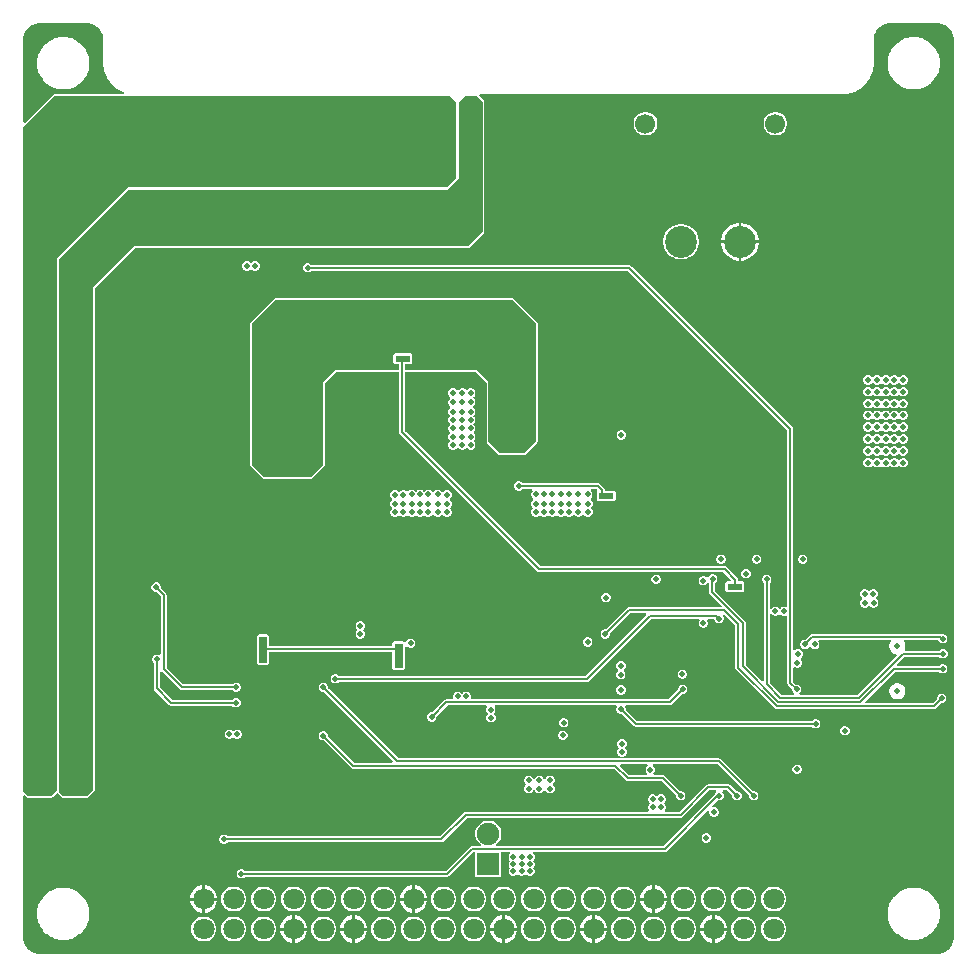
<source format=gbr>
%TF.GenerationSoftware,Altium Limited,Altium Designer,21.6.1 (37)*%
G04 Layer_Physical_Order=2*
G04 Layer_Color=36540*
%FSLAX45Y45*%
%MOMM*%
%TF.SameCoordinates,308497C2-864B-4A42-B135-7B231B7309CE*%
%TF.FilePolarity,Positive*%
%TF.FileFunction,Copper,L2,Inr,Signal*%
%TF.Part,Single*%
G01*
G75*
%TA.AperFunction,Conductor*%
%ADD60C,0.20000*%
%ADD65R,1.30000X0.60000*%
%TA.AperFunction,ComponentPad*%
%ADD78C,1.80000*%
%ADD79C,2.70000*%
%ADD80C,1.70000*%
%ADD81R,1.90000X1.90000*%
%ADD82C,1.90000*%
%ADD83C,0.50000*%
%TA.AperFunction,ViaPad*%
%ADD84C,0.50000*%
%ADD85C,0.40000*%
%TA.AperFunction,Conductor*%
%ADD86R,0.80000X2.10000*%
%ADD87R,1.26125X0.54008*%
%ADD88R,0.65000X2.25000*%
%ADD89R,1.30000X0.55200*%
G36*
X7840494Y7934126D02*
X7865758Y7923661D01*
X7888497Y7908467D01*
X7907833Y7889132D01*
X7923026Y7866393D01*
X7933491Y7841129D01*
X7938826Y7814308D01*
Y7800635D01*
Y200636D01*
X7938826Y186962D01*
X7933491Y160141D01*
X7923026Y134877D01*
X7907832Y112138D01*
X7888497Y92802D01*
X7865758Y77609D01*
X7840493Y67144D01*
X7813673Y61809D01*
X7800001Y61809D01*
X200001D01*
X186327Y61809D01*
X159506Y67144D01*
X134241Y77609D01*
X111503Y92803D01*
X92168Y112138D01*
X76974Y134877D01*
X66509Y160141D01*
X61174Y186961D01*
Y200635D01*
Y1399271D01*
X72908Y1404131D01*
X88520Y1388519D01*
X100000Y1383764D01*
X300000Y1383764D01*
X311480Y1388519D01*
X347648Y1424687D01*
X353520Y1423519D01*
X388519Y1388519D01*
X400000Y1383764D01*
X600000D01*
X611481Y1388519D01*
X661481Y1438519D01*
X666236Y1450000D01*
X666235Y5693274D01*
X1006725Y6033764D01*
X3825000D01*
X3836481Y6038520D01*
X3961481Y6163519D01*
X3966236Y6175000D01*
X3966236Y7275000D01*
X3961480Y7286481D01*
X3921200Y7326761D01*
X3926461Y7339461D01*
X7000000D01*
X7001495Y7339758D01*
X7003003Y7339534D01*
X7022605Y7340498D01*
X7027004Y7341599D01*
X7031538D01*
X7069992Y7349248D01*
X7075558Y7351554D01*
X7081467Y7352730D01*
X7117690Y7367733D01*
X7122700Y7371081D01*
X7128266Y7373387D01*
X7160865Y7395169D01*
X7165126Y7399429D01*
X7170135Y7402776D01*
X7197859Y7430500D01*
X7201206Y7435509D01*
X7205466Y7439770D01*
X7227248Y7472369D01*
X7229555Y7477936D01*
X7232902Y7482946D01*
X7247905Y7519168D01*
X7249081Y7525077D01*
X7251387Y7530643D01*
X7259036Y7569097D01*
Y7573631D01*
X7260137Y7578030D01*
X7261101Y7597633D01*
X7260877Y7599141D01*
X7261174Y7600635D01*
X7261174Y7800635D01*
X7261174Y7814308D01*
X7266509Y7841129D01*
X7276974Y7866393D01*
X7292167Y7889131D01*
X7311503Y7908467D01*
X7334242Y7923661D01*
X7359506Y7934126D01*
X7386326Y7939460D01*
X7400000D01*
X7800000Y7939461D01*
X7813673D01*
X7840494Y7934126D01*
D02*
G37*
G36*
X613673Y7939461D02*
X640494Y7934126D01*
X665758Y7923661D01*
X688496Y7908468D01*
X707832Y7889132D01*
X723026Y7866393D01*
X733491Y7841129D01*
X738826Y7814308D01*
X738826Y7600635D01*
X739123Y7599141D01*
X738900Y7597634D01*
X739863Y7578031D01*
X740964Y7573632D01*
Y7569097D01*
X748613Y7530644D01*
X750919Y7525077D01*
X752094Y7519168D01*
X767098Y7482945D01*
X770446Y7477935D01*
X772751Y7472369D01*
X794534Y7439769D01*
X798794Y7435509D01*
X802141Y7430499D01*
X829864Y7402776D01*
X834874Y7399429D01*
X839134Y7395169D01*
X871733Y7373386D01*
X877301Y7371080D01*
X882310Y7367733D01*
X915619Y7353936D01*
X913093Y7341236D01*
X325000D01*
X313519Y7336481D01*
X72907Y7095869D01*
X61174Y7100729D01*
Y7800635D01*
X61174Y7814308D01*
X66509Y7841128D01*
X76974Y7866393D01*
X92167Y7889132D01*
X111503Y7908467D01*
X134241Y7923661D01*
X159506Y7934126D01*
X186326Y7939460D01*
X200000D01*
X599999Y7939461D01*
X613673Y7939461D01*
D02*
G37*
G36*
X3950000Y7275000D02*
X3950000Y6175000D01*
X3825000Y6050000D01*
X1000000D01*
X649999Y5699999D01*
X650000Y1450000D01*
X600000Y1400000D01*
X400000D01*
X365000Y1435000D01*
Y5940000D01*
D01*
X950000Y6525000D01*
X3650000D01*
X3750000Y6625000D01*
Y7275000D01*
X3800000Y7325000D01*
X3900000D01*
X3950000Y7275000D01*
D02*
G37*
G36*
X3725000D02*
Y6625000D01*
X3650000Y6550000D01*
X950000D01*
X350000Y5950000D01*
Y5942983D01*
X348764Y5940000D01*
Y1448764D01*
X300000Y1400000D01*
X100000Y1400000D01*
X61174Y1438825D01*
X61174Y7061174D01*
X325000Y7325000D01*
X3675000D01*
X3725000Y7275000D01*
D02*
G37*
%LPC*%
G36*
X7615759Y7821810D02*
X7584242D01*
X7578332Y7820635D01*
X7572307D01*
X7541395Y7814486D01*
X7535828Y7812180D01*
X7529919Y7811005D01*
X7500801Y7798944D01*
X7495791Y7795596D01*
X7490225Y7793290D01*
X7464019Y7775780D01*
X7459758Y7771520D01*
X7454749Y7768172D01*
X7432463Y7745886D01*
X7429115Y7740877D01*
X7424855Y7736616D01*
X7407345Y7710411D01*
X7405039Y7704844D01*
X7401692Y7699834D01*
X7389630Y7670716D01*
X7388455Y7664806D01*
X7386149Y7659240D01*
X7380000Y7628328D01*
Y7622303D01*
X7378825Y7616393D01*
Y7584876D01*
X7380000Y7578967D01*
Y7572942D01*
X7386149Y7542030D01*
X7388455Y7536463D01*
X7389630Y7530553D01*
X7401692Y7501436D01*
X7405039Y7496426D01*
X7407345Y7490860D01*
X7424855Y7464654D01*
X7429115Y7460393D01*
X7432463Y7455383D01*
X7454749Y7433097D01*
X7459758Y7429750D01*
X7464019Y7425489D01*
X7490225Y7407979D01*
X7495791Y7405674D01*
X7500801Y7402326D01*
X7529919Y7390265D01*
X7535829Y7389090D01*
X7541395Y7386784D01*
X7572307Y7380635D01*
X7578332D01*
X7584242Y7379460D01*
X7615759D01*
X7621669Y7380635D01*
X7627693D01*
X7658605Y7386784D01*
X7664172Y7389090D01*
X7670082Y7390265D01*
X7699199Y7402326D01*
X7704209Y7405674D01*
X7709776Y7407979D01*
X7735981Y7425489D01*
X7740242Y7429750D01*
X7745252Y7433097D01*
X7767538Y7455383D01*
X7770885Y7460393D01*
X7775146Y7464654D01*
X7792656Y7490859D01*
X7794962Y7496426D01*
X7798309Y7501436D01*
X7810370Y7530554D01*
X7811545Y7536463D01*
X7813851Y7542030D01*
X7820000Y7572941D01*
Y7578967D01*
X7821176Y7584876D01*
Y7616393D01*
X7820000Y7622303D01*
Y7628328D01*
X7813851Y7659240D01*
X7811545Y7664807D01*
X7810370Y7670716D01*
X7798309Y7699834D01*
X7794962Y7704844D01*
X7792656Y7710410D01*
X7775146Y7736616D01*
X7770885Y7740877D01*
X7767538Y7745886D01*
X7745252Y7768172D01*
X7740242Y7771520D01*
X7735981Y7775780D01*
X7709776Y7793290D01*
X7704209Y7795596D01*
X7699199Y7798944D01*
X7670081Y7811005D01*
X7664172Y7812180D01*
X7658605Y7814486D01*
X7627694Y7820635D01*
X7621668D01*
X7615759Y7821810D01*
D02*
G37*
G36*
X6442529Y7190000D02*
X6416199D01*
X6390766Y7183185D01*
X6367963Y7170020D01*
X6349344Y7151401D01*
X6336179Y7128598D01*
X6329364Y7103165D01*
Y7076835D01*
X6336179Y7051402D01*
X6349344Y7028599D01*
X6367963Y7009980D01*
X6390766Y6996815D01*
X6416199Y6990000D01*
X6442529D01*
X6467962Y6996815D01*
X6490765Y7009980D01*
X6509384Y7028599D01*
X6522549Y7051402D01*
X6529364Y7076835D01*
Y7103165D01*
X6522549Y7128598D01*
X6509384Y7151401D01*
X6490765Y7170020D01*
X6467962Y7183185D01*
X6442529Y7190000D01*
D02*
G37*
G36*
X5342530D02*
X5316199D01*
X5290766Y7183185D01*
X5267963Y7170020D01*
X5249345Y7151401D01*
X5236179Y7128598D01*
X5229364Y7103165D01*
Y7076835D01*
X5236179Y7051402D01*
X5249345Y7028599D01*
X5267963Y7009980D01*
X5290766Y6996815D01*
X5316199Y6990000D01*
X5342530D01*
X5367963Y6996815D01*
X5390765Y7009980D01*
X5409384Y7028599D01*
X5422549Y7051402D01*
X5429364Y7076835D01*
Y7103165D01*
X5422549Y7128598D01*
X5409384Y7151401D01*
X5390765Y7170020D01*
X5367963Y7183185D01*
X5342530Y7190000D01*
D02*
G37*
G36*
X6145123Y6250000D02*
X6141864D01*
Y6102499D01*
X6289364D01*
Y6105759D01*
X6283216Y6136670D01*
X6271154Y6165789D01*
X6253644Y6191994D01*
X6231358Y6214280D01*
X6205153Y6231790D01*
X6176034Y6243851D01*
X6145123Y6250000D01*
D02*
G37*
G36*
X6116864D02*
X6113606D01*
X6082694Y6243851D01*
X6053576Y6231790D01*
X6027370Y6214280D01*
X6005084Y6191994D01*
X5987574Y6165789D01*
X5975513Y6136670D01*
X5969364Y6105759D01*
Y6102499D01*
X6116864D01*
Y6250000D01*
D02*
G37*
G36*
X5644138Y6240000D02*
X5614590D01*
X5585611Y6234235D01*
X5558312Y6222928D01*
X5533745Y6206513D01*
X5512852Y6185619D01*
X5496436Y6161052D01*
X5485129Y6133753D01*
X5479364Y6104774D01*
Y6075226D01*
X5485129Y6046247D01*
X5496436Y6018948D01*
X5512852Y5994381D01*
X5533745Y5973487D01*
X5558312Y5957072D01*
X5585611Y5945765D01*
X5614590Y5940000D01*
X5644138D01*
X5673117Y5945765D01*
X5700416Y5957072D01*
X5724983Y5973487D01*
X5745877Y5994381D01*
X5762292Y6018948D01*
X5773600Y6046247D01*
X5779364Y6075226D01*
Y6104774D01*
X5773600Y6133753D01*
X5762292Y6161052D01*
X5745877Y6185619D01*
X5724983Y6206513D01*
X5700416Y6222928D01*
X5673117Y6234235D01*
X5644138Y6240000D01*
D02*
G37*
G36*
X6289364Y6077499D02*
X6141864D01*
Y5930000D01*
X6145123D01*
X6176034Y5936149D01*
X6205153Y5948210D01*
X6231358Y5965720D01*
X6253644Y5988006D01*
X6271154Y6014211D01*
X6283216Y6043330D01*
X6289364Y6074241D01*
Y6077499D01*
D02*
G37*
G36*
X6116864D02*
X5969364D01*
Y6074241D01*
X5975513Y6043330D01*
X5987574Y6014211D01*
X6005084Y5988006D01*
X6027370Y5965720D01*
X6053576Y5948210D01*
X6082694Y5936149D01*
X6113606Y5930000D01*
X6116864D01*
Y6077499D01*
D02*
G37*
G36*
X2030456Y5925000D02*
X2014543D01*
X1999842Y5918910D01*
X1988750Y5907819D01*
X1977658Y5918910D01*
X1962956Y5925000D01*
X1947043D01*
X1932342Y5918910D01*
X1921090Y5907658D01*
X1915000Y5892957D01*
Y5877044D01*
X1921090Y5862342D01*
X1932342Y5851090D01*
X1947043Y5845000D01*
X1962956D01*
X1977658Y5851090D01*
X1988750Y5862182D01*
X1999842Y5851090D01*
X2014543Y5845000D01*
X2030456D01*
X2045158Y5851090D01*
X2056410Y5862342D01*
X2062500Y5877044D01*
Y5892957D01*
X2056410Y5907658D01*
X2045158Y5918910D01*
X2030456Y5925000D01*
D02*
G37*
G36*
X7519821Y4960000D02*
X7503908D01*
X7489206Y4953910D01*
X7482598Y4947302D01*
X7474364Y4944068D01*
X7466131Y4947302D01*
X7459523Y4953910D01*
X7444821Y4960000D01*
X7428908D01*
X7414206Y4953910D01*
X7410161Y4949865D01*
X7401864Y4943495D01*
X7393568Y4949865D01*
X7389522Y4953910D01*
X7374821Y4960000D01*
X7358908D01*
X7344206Y4953910D01*
X7335830Y4945534D01*
X7328114Y4943767D01*
X7320399Y4945534D01*
X7312022Y4953910D01*
X7297321Y4960000D01*
X7281408D01*
X7266706Y4953910D01*
X7260098Y4947302D01*
X7251864Y4944068D01*
X7243631Y4947302D01*
X7237022Y4953910D01*
X7222321Y4960000D01*
X7206408D01*
X7191706Y4953910D01*
X7180454Y4942658D01*
X7174364Y4927957D01*
Y4912044D01*
X7180454Y4897342D01*
X7191706Y4886090D01*
X7206408Y4880000D01*
X7222321D01*
X7237022Y4886090D01*
X7243631Y4892698D01*
X7251864Y4895932D01*
X7260098Y4892698D01*
X7266706Y4886090D01*
X7281408Y4880000D01*
X7297321D01*
X7312022Y4886090D01*
X7320399Y4894466D01*
X7328114Y4896233D01*
X7335830Y4894466D01*
X7344206Y4886090D01*
X7358908Y4880000D01*
X7374821D01*
X7389522Y4886090D01*
X7393568Y4890135D01*
X7401865Y4896505D01*
X7410161Y4890135D01*
X7414206Y4886090D01*
X7428908Y4880000D01*
X7444821D01*
X7459523Y4886090D01*
X7466131Y4892698D01*
X7474365Y4895932D01*
X7482598Y4892698D01*
X7489206Y4886090D01*
X7503908Y4880000D01*
X7519821D01*
X7534522Y4886090D01*
X7545775Y4897342D01*
X7551864Y4912044D01*
Y4927957D01*
X7545775Y4942658D01*
X7534522Y4953910D01*
X7519821Y4960000D01*
D02*
G37*
G36*
Y4860000D02*
X7503908D01*
X7489206Y4853910D01*
X7482598Y4847302D01*
X7474364Y4844068D01*
X7466131Y4847302D01*
X7459523Y4853910D01*
X7444821Y4860000D01*
X7428908D01*
X7414206Y4853910D01*
X7410161Y4849865D01*
X7401864Y4843495D01*
X7393568Y4849865D01*
X7389522Y4853910D01*
X7374821Y4860000D01*
X7358908D01*
X7344206Y4853910D01*
X7335830Y4845534D01*
X7328114Y4843767D01*
X7320399Y4845534D01*
X7312022Y4853910D01*
X7297321Y4860000D01*
X7281408D01*
X7266706Y4853910D01*
X7260098Y4847302D01*
X7251864Y4844068D01*
X7243631Y4847302D01*
X7237022Y4853910D01*
X7222321Y4860000D01*
X7206408D01*
X7191706Y4853910D01*
X7180454Y4842658D01*
X7174364Y4827957D01*
Y4812043D01*
X7180454Y4797342D01*
X7191706Y4786090D01*
X7206408Y4780000D01*
X7222321D01*
X7237022Y4786090D01*
X7243631Y4792698D01*
X7251864Y4795932D01*
X7260098Y4792698D01*
X7266706Y4786090D01*
X7281408Y4780000D01*
X7297321D01*
X7312022Y4786090D01*
X7320399Y4794466D01*
X7328114Y4796233D01*
X7335830Y4794466D01*
X7344206Y4786090D01*
X7358908Y4780000D01*
X7374821D01*
X7389522Y4786090D01*
X7393568Y4790135D01*
X7401865Y4796505D01*
X7410161Y4790135D01*
X7414206Y4786090D01*
X7428908Y4780000D01*
X7444821D01*
X7459523Y4786090D01*
X7466131Y4792698D01*
X7474365Y4795932D01*
X7482598Y4792698D01*
X7489206Y4786090D01*
X7503908Y4780000D01*
X7519821D01*
X7534522Y4786090D01*
X7545775Y4797342D01*
X7551864Y4812043D01*
Y4827957D01*
X7545775Y4842658D01*
X7534522Y4853910D01*
X7519821Y4860000D01*
D02*
G37*
G36*
X3857956Y4850000D02*
X3842043D01*
X3827342Y4843910D01*
X3823297Y4839865D01*
X3815000Y4833495D01*
X3806703Y4839865D01*
X3802658Y4843910D01*
X3787957Y4850000D01*
X3772044D01*
X3757342Y4843910D01*
X3747393Y4833961D01*
X3741578Y4832976D01*
X3732733Y4833600D01*
X3723296Y4843037D01*
X3708594Y4849127D01*
X3692681D01*
X3677979Y4843037D01*
X3666727Y4831785D01*
X3660638Y4817084D01*
Y4801170D01*
X3666727Y4786469D01*
X3676067Y4777129D01*
X3676878Y4768717D01*
X3675803Y4762372D01*
X3666090Y4752658D01*
X3660000Y4737956D01*
Y4722043D01*
X3666090Y4707342D01*
X3676234Y4697198D01*
X3676834Y4690000D01*
X3676234Y4682802D01*
X3666090Y4672658D01*
X3660000Y4657956D01*
Y4642043D01*
X3666090Y4627342D01*
X3670135Y4623297D01*
X3676505Y4615000D01*
X3670135Y4606703D01*
X3666090Y4602658D01*
X3660000Y4587957D01*
Y4572043D01*
X3666090Y4557342D01*
X3670135Y4553297D01*
X3676505Y4545000D01*
X3670135Y4536703D01*
X3666090Y4532658D01*
X3660000Y4517956D01*
Y4502043D01*
X3666090Y4487342D01*
X3670890Y4482541D01*
X3676587Y4474903D01*
X3670890Y4465948D01*
X3666727Y4461785D01*
X3660638Y4447083D01*
Y4431170D01*
X3666727Y4416469D01*
X3671090Y4412106D01*
X3676980Y4403809D01*
X3671090Y4395512D01*
X3666727Y4391149D01*
X3660638Y4376448D01*
Y4360535D01*
X3666727Y4345833D01*
X3677979Y4334581D01*
X3692681Y4328491D01*
X3708594D01*
X3723296Y4334581D01*
X3733245Y4344530D01*
X3739059Y4345515D01*
X3747904Y4344891D01*
X3757342Y4335454D01*
X3772044Y4329364D01*
X3787957D01*
X3802658Y4335454D01*
X3806703Y4339499D01*
X3815000Y4345869D01*
X3823297Y4339499D01*
X3827342Y4335454D01*
X3842043Y4329364D01*
X3857956D01*
X3872658Y4335454D01*
X3883910Y4346706D01*
X3890000Y4361408D01*
Y4377321D01*
X3883910Y4392022D01*
X3879547Y4396385D01*
X3873657Y4404682D01*
X3879547Y4412979D01*
X3883910Y4417342D01*
X3890000Y4432043D01*
Y4447956D01*
X3883910Y4462658D01*
X3879110Y4467458D01*
X3873413Y4475096D01*
X3879110Y4484052D01*
X3883273Y4488215D01*
X3889362Y4502916D01*
Y4518829D01*
X3883273Y4533531D01*
X3879227Y4537576D01*
X3872857Y4545873D01*
X3879227Y4554170D01*
X3883273Y4558215D01*
X3889362Y4572916D01*
Y4588830D01*
X3883273Y4603531D01*
X3879227Y4607576D01*
X3872857Y4615873D01*
X3879227Y4624170D01*
X3883273Y4628215D01*
X3889362Y4642916D01*
Y4658829D01*
X3883273Y4673531D01*
X3873128Y4683675D01*
X3872528Y4690873D01*
X3873128Y4698071D01*
X3883273Y4708215D01*
X3889362Y4722916D01*
Y4738829D01*
X3883273Y4753531D01*
X3873933Y4762871D01*
X3873122Y4771283D01*
X3874196Y4777628D01*
X3883910Y4787342D01*
X3890000Y4802043D01*
Y4817957D01*
X3883910Y4832658D01*
X3872658Y4843910D01*
X3857956Y4850000D01*
D02*
G37*
G36*
X7519821Y4760000D02*
X7503908D01*
X7489206Y4753910D01*
X7482598Y4747302D01*
X7474364Y4744068D01*
X7466131Y4747302D01*
X7459523Y4753910D01*
X7444821Y4760000D01*
X7428908D01*
X7414206Y4753910D01*
X7410161Y4749865D01*
X7401864Y4743495D01*
X7393568Y4749865D01*
X7389522Y4753910D01*
X7374821Y4760000D01*
X7358908D01*
X7344206Y4753910D01*
X7335830Y4745534D01*
X7328114Y4743767D01*
X7320399Y4745534D01*
X7312022Y4753910D01*
X7297321Y4760000D01*
X7281408D01*
X7266706Y4753910D01*
X7260098Y4747302D01*
X7251864Y4744068D01*
X7243631Y4747302D01*
X7237022Y4753910D01*
X7222321Y4760000D01*
X7206408D01*
X7191706Y4753910D01*
X7180454Y4742658D01*
X7174364Y4727957D01*
Y4712043D01*
X7180454Y4697342D01*
X7191706Y4686090D01*
X7206408Y4680000D01*
X7222321D01*
X7237022Y4686090D01*
X7243631Y4692698D01*
X7251864Y4695932D01*
X7260098Y4692698D01*
X7266706Y4686090D01*
X7281408Y4680000D01*
X7297321D01*
X7312022Y4686090D01*
X7320399Y4694466D01*
X7328114Y4696233D01*
X7335830Y4694466D01*
X7344206Y4686090D01*
X7358908Y4680000D01*
X7374821D01*
X7389522Y4686090D01*
X7393568Y4690135D01*
X7401865Y4696505D01*
X7410161Y4690135D01*
X7414206Y4686090D01*
X7428908Y4680000D01*
X7444821D01*
X7459523Y4686090D01*
X7466131Y4692698D01*
X7474365Y4695932D01*
X7482598Y4692698D01*
X7489206Y4686090D01*
X7503908Y4680000D01*
X7519821D01*
X7534522Y4686090D01*
X7545775Y4697342D01*
X7551864Y4712043D01*
Y4727957D01*
X7545775Y4742658D01*
X7534522Y4753910D01*
X7519821Y4760000D01*
D02*
G37*
G36*
Y4660000D02*
X7503908D01*
X7489206Y4653910D01*
X7482598Y4647302D01*
X7474364Y4644068D01*
X7466131Y4647302D01*
X7459523Y4653910D01*
X7444821Y4660000D01*
X7428908D01*
X7414206Y4653910D01*
X7410161Y4649865D01*
X7401864Y4643495D01*
X7393568Y4649865D01*
X7389522Y4653910D01*
X7374821Y4660000D01*
X7358908D01*
X7344206Y4653910D01*
X7335830Y4645534D01*
X7328114Y4643767D01*
X7320399Y4645534D01*
X7312022Y4653910D01*
X7297321Y4660000D01*
X7281408D01*
X7266706Y4653910D01*
X7260098Y4647302D01*
X7251864Y4644068D01*
X7243631Y4647302D01*
X7237022Y4653910D01*
X7222321Y4660000D01*
X7206408D01*
X7191706Y4653910D01*
X7180454Y4642658D01*
X7174364Y4627956D01*
Y4612043D01*
X7180454Y4597342D01*
X7191706Y4586090D01*
X7206408Y4580000D01*
X7222321D01*
X7237022Y4586090D01*
X7243631Y4592698D01*
X7251864Y4595932D01*
X7260098Y4592698D01*
X7266706Y4586090D01*
X7281408Y4580000D01*
X7297321D01*
X7312022Y4586090D01*
X7320399Y4594466D01*
X7328114Y4596233D01*
X7335830Y4594466D01*
X7344206Y4586090D01*
X7358908Y4580000D01*
X7374821D01*
X7389522Y4586090D01*
X7393568Y4590135D01*
X7401865Y4596505D01*
X7410161Y4590135D01*
X7414206Y4586090D01*
X7428908Y4580000D01*
X7444821D01*
X7459523Y4586090D01*
X7466131Y4592698D01*
X7474365Y4595932D01*
X7482598Y4592698D01*
X7489206Y4586090D01*
X7503908Y4580000D01*
X7519821D01*
X7534522Y4586090D01*
X7545775Y4597342D01*
X7551864Y4612043D01*
Y4627956D01*
X7545775Y4642658D01*
X7534522Y4653910D01*
X7519821Y4660000D01*
D02*
G37*
G36*
Y4560000D02*
X7503908D01*
X7489206Y4553910D01*
X7482598Y4547302D01*
X7474364Y4544068D01*
X7466131Y4547302D01*
X7459523Y4553910D01*
X7444821Y4560000D01*
X7428908D01*
X7414206Y4553910D01*
X7410161Y4549865D01*
X7401864Y4543495D01*
X7393568Y4549865D01*
X7389522Y4553910D01*
X7374821Y4560000D01*
X7358908D01*
X7344206Y4553910D01*
X7335830Y4545534D01*
X7328114Y4543767D01*
X7320399Y4545534D01*
X7312022Y4553910D01*
X7297321Y4560000D01*
X7281408D01*
X7266706Y4553910D01*
X7260098Y4547302D01*
X7251864Y4544068D01*
X7243631Y4547302D01*
X7237022Y4553910D01*
X7222321Y4560000D01*
X7206408D01*
X7191706Y4553910D01*
X7180454Y4542658D01*
X7174364Y4527956D01*
Y4512043D01*
X7180454Y4497342D01*
X7191706Y4486090D01*
X7206408Y4480000D01*
X7222321D01*
X7237022Y4486090D01*
X7243631Y4492698D01*
X7251864Y4495932D01*
X7260098Y4492698D01*
X7266706Y4486090D01*
X7281408Y4480000D01*
X7297321D01*
X7312022Y4486090D01*
X7320399Y4494466D01*
X7328114Y4496233D01*
X7335830Y4494466D01*
X7344206Y4486090D01*
X7358908Y4480000D01*
X7374821D01*
X7389522Y4486090D01*
X7393568Y4490135D01*
X7401865Y4496505D01*
X7410161Y4490135D01*
X7414206Y4486090D01*
X7428908Y4480000D01*
X7444821D01*
X7459523Y4486090D01*
X7466131Y4492698D01*
X7474365Y4495932D01*
X7482598Y4492698D01*
X7489206Y4486090D01*
X7503908Y4480000D01*
X7519821D01*
X7534522Y4486090D01*
X7545775Y4497342D01*
X7551864Y4512043D01*
Y4527956D01*
X7545775Y4542658D01*
X7534522Y4553910D01*
X7519821Y4560000D01*
D02*
G37*
G36*
Y4460000D02*
X7503908D01*
X7489206Y4453910D01*
X7482598Y4447302D01*
X7474364Y4444068D01*
X7466131Y4447302D01*
X7459523Y4453910D01*
X7444821Y4460000D01*
X7428908D01*
X7414206Y4453910D01*
X7410161Y4449865D01*
X7401864Y4443495D01*
X7393568Y4449865D01*
X7389522Y4453910D01*
X7374821Y4460000D01*
X7358908D01*
X7344206Y4453910D01*
X7335830Y4445534D01*
X7328114Y4443767D01*
X7320399Y4445534D01*
X7312022Y4453910D01*
X7297321Y4460000D01*
X7281408D01*
X7266706Y4453910D01*
X7260098Y4447302D01*
X7251864Y4444068D01*
X7243631Y4447302D01*
X7237022Y4453910D01*
X7222321Y4460000D01*
X7206408D01*
X7191706Y4453910D01*
X7180454Y4442658D01*
X7174364Y4427957D01*
Y4412044D01*
X7180454Y4397342D01*
X7191706Y4386090D01*
X7206408Y4380000D01*
X7222321D01*
X7237022Y4386090D01*
X7243631Y4392698D01*
X7251864Y4395932D01*
X7260098Y4392698D01*
X7266706Y4386090D01*
X7281408Y4380000D01*
X7297321D01*
X7312022Y4386090D01*
X7320399Y4394466D01*
X7328114Y4396233D01*
X7335830Y4394466D01*
X7344206Y4386090D01*
X7358908Y4380000D01*
X7374821D01*
X7389522Y4386090D01*
X7393568Y4390135D01*
X7401865Y4396505D01*
X7410161Y4390135D01*
X7414206Y4386090D01*
X7428908Y4380000D01*
X7444821D01*
X7459523Y4386090D01*
X7466131Y4392698D01*
X7474365Y4395932D01*
X7482598Y4392698D01*
X7489206Y4386090D01*
X7503908Y4380000D01*
X7519821D01*
X7534522Y4386090D01*
X7545775Y4397342D01*
X7551864Y4412044D01*
Y4427957D01*
X7545775Y4442658D01*
X7534522Y4453910D01*
X7519821Y4460000D01*
D02*
G37*
G36*
X5132956Y4495000D02*
X5117043D01*
X5102342Y4488910D01*
X5091090Y4477658D01*
X5085000Y4462957D01*
Y4447043D01*
X5091090Y4432342D01*
X5102342Y4421090D01*
X5117043Y4415000D01*
X5132956D01*
X5147658Y4421090D01*
X5158910Y4432342D01*
X5165000Y4447043D01*
Y4462957D01*
X5158910Y4477658D01*
X5147658Y4488910D01*
X5132956Y4495000D01*
D02*
G37*
G36*
X7519821Y4360000D02*
X7503908D01*
X7489206Y4353910D01*
X7482598Y4347302D01*
X7474364Y4344068D01*
X7466131Y4347302D01*
X7459523Y4353910D01*
X7444821Y4360000D01*
X7428908D01*
X7414206Y4353910D01*
X7410161Y4349865D01*
X7401864Y4343495D01*
X7393568Y4349865D01*
X7389522Y4353910D01*
X7374821Y4360000D01*
X7358908D01*
X7344206Y4353910D01*
X7335830Y4345534D01*
X7328114Y4343767D01*
X7320399Y4345534D01*
X7312022Y4353910D01*
X7297321Y4360000D01*
X7281408D01*
X7266706Y4353910D01*
X7260098Y4347302D01*
X7251864Y4344068D01*
X7243631Y4347302D01*
X7237022Y4353910D01*
X7222321Y4360000D01*
X7206408D01*
X7191706Y4353910D01*
X7180454Y4342658D01*
X7174364Y4327957D01*
Y4312043D01*
X7180454Y4297342D01*
X7191706Y4286090D01*
X7206408Y4280000D01*
X7222321D01*
X7237022Y4286090D01*
X7243631Y4292698D01*
X7251864Y4295932D01*
X7260098Y4292698D01*
X7266706Y4286090D01*
X7281408Y4280000D01*
X7297321D01*
X7312022Y4286090D01*
X7320399Y4294466D01*
X7328114Y4296233D01*
X7335830Y4294466D01*
X7344206Y4286090D01*
X7358908Y4280000D01*
X7374821D01*
X7389522Y4286090D01*
X7393568Y4290135D01*
X7401865Y4296505D01*
X7410161Y4290135D01*
X7414206Y4286090D01*
X7428908Y4280000D01*
X7444821D01*
X7459523Y4286090D01*
X7466131Y4292698D01*
X7474365Y4295932D01*
X7482598Y4292698D01*
X7489206Y4286090D01*
X7503908Y4280000D01*
X7519821D01*
X7534522Y4286090D01*
X7545775Y4297342D01*
X7551864Y4312043D01*
Y4327957D01*
X7545775Y4342658D01*
X7534522Y4353910D01*
X7519821Y4360000D01*
D02*
G37*
G36*
X4200000Y5616236D02*
X2199999D01*
X2188519Y5611481D01*
X1988520Y5411480D01*
X1983764Y5400000D01*
Y4200000D01*
X1988520Y4188519D01*
X2088520Y4088519D01*
X2100000Y4083764D01*
X2500000D01*
X2511480Y4088519D01*
X2611480Y4188519D01*
X2616236Y4200000D01*
Y4893275D01*
X2706725Y4983764D01*
X3244510D01*
Y4480000D01*
X3246451Y4470245D01*
X3251976Y4461976D01*
X4411976Y3301976D01*
X4420245Y3296451D01*
X4430000Y3294510D01*
X5989442D01*
X6055016Y3228936D01*
X6049756Y3216236D01*
X6020000D01*
X6008519Y3211480D01*
X6003764Y3200000D01*
Y3140000D01*
X6008519Y3128520D01*
X6020000Y3123764D01*
X6150000D01*
X6161480Y3128520D01*
X6166236Y3140000D01*
Y3200000D01*
X6161480Y3211480D01*
X6150000Y3216236D01*
X6115490D01*
Y3230000D01*
X6113549Y3239754D01*
X6108024Y3248024D01*
X6018024Y3338024D01*
X6009755Y3343549D01*
X6000000Y3345490D01*
X4440558D01*
X3295490Y4490558D01*
Y4983764D01*
X3893275D01*
X3983764Y4893275D01*
Y4400000D01*
X3988519Y4388520D01*
X4088519Y4288519D01*
X4100000Y4283764D01*
X4300000D01*
X4311481Y4288519D01*
X4411481Y4388520D01*
X4416236Y4400000D01*
Y5400000D01*
X4411481Y5411480D01*
X4211481Y5611481D01*
X4200000Y5616236D01*
D02*
G37*
G36*
X7519821Y4260000D02*
X7503908D01*
X7489206Y4253910D01*
X7482598Y4247302D01*
X7474364Y4244068D01*
X7466131Y4247302D01*
X7459523Y4253910D01*
X7444821Y4260000D01*
X7428908D01*
X7414206Y4253910D01*
X7410161Y4249865D01*
X7401864Y4243495D01*
X7393568Y4249865D01*
X7389522Y4253910D01*
X7374821Y4260000D01*
X7358908D01*
X7344206Y4253910D01*
X7335830Y4245534D01*
X7328114Y4243767D01*
X7320399Y4245534D01*
X7312022Y4253910D01*
X7297321Y4260000D01*
X7281408D01*
X7266706Y4253910D01*
X7260098Y4247302D01*
X7251864Y4244068D01*
X7243631Y4247302D01*
X7237022Y4253910D01*
X7222321Y4260000D01*
X7206408D01*
X7191706Y4253910D01*
X7180454Y4242658D01*
X7174364Y4227956D01*
Y4212043D01*
X7180454Y4197342D01*
X7191706Y4186090D01*
X7206408Y4180000D01*
X7222321D01*
X7237022Y4186090D01*
X7243631Y4192698D01*
X7251864Y4195932D01*
X7260098Y4192698D01*
X7266706Y4186090D01*
X7281408Y4180000D01*
X7297321D01*
X7312022Y4186090D01*
X7320399Y4194466D01*
X7328114Y4196233D01*
X7335830Y4194466D01*
X7344206Y4186090D01*
X7358908Y4180000D01*
X7374821D01*
X7389522Y4186090D01*
X7393568Y4190135D01*
X7401865Y4196505D01*
X7410161Y4190135D01*
X7414206Y4186090D01*
X7428908Y4180000D01*
X7444821D01*
X7459523Y4186090D01*
X7466131Y4192698D01*
X7474365Y4195932D01*
X7482598Y4192698D01*
X7489206Y4186090D01*
X7503908Y4180000D01*
X7519821D01*
X7534522Y4186090D01*
X7545775Y4197342D01*
X7551864Y4212043D01*
Y4227956D01*
X7545775Y4242658D01*
X7534522Y4253910D01*
X7519821Y4260000D01*
D02*
G37*
G36*
X3577957Y3990000D02*
X3562043D01*
X3547342Y3983910D01*
X3537198Y3973766D01*
X3530000Y3973166D01*
X3522802Y3973766D01*
X3512658Y3983910D01*
X3497956Y3990000D01*
X3482043D01*
X3467342Y3983910D01*
X3463297Y3979865D01*
X3455000Y3973495D01*
X3446703Y3979865D01*
X3442658Y3983910D01*
X3427957Y3990000D01*
X3412043D01*
X3397342Y3983910D01*
X3393297Y3979865D01*
X3385000Y3973495D01*
X3376703Y3979865D01*
X3372658Y3983910D01*
X3357956Y3990000D01*
X3342043D01*
X3327342Y3983910D01*
X3322541Y3979110D01*
X3314903Y3973413D01*
X3305948Y3979110D01*
X3301785Y3983273D01*
X3287083Y3989362D01*
X3271170D01*
X3256469Y3983273D01*
X3252106Y3978910D01*
X3243809Y3973020D01*
X3235512Y3978910D01*
X3231149Y3983273D01*
X3216448Y3989362D01*
X3200535D01*
X3185833Y3983273D01*
X3174581Y3972021D01*
X3168491Y3957319D01*
Y3941406D01*
X3174581Y3926704D01*
X3184530Y3916755D01*
X3185515Y3910941D01*
X3184892Y3902096D01*
X3175454Y3892658D01*
X3169364Y3877956D01*
Y3862043D01*
X3175454Y3847342D01*
X3179499Y3843297D01*
X3185869Y3835000D01*
X3179499Y3826703D01*
X3175454Y3822658D01*
X3169364Y3807957D01*
Y3792043D01*
X3175454Y3777342D01*
X3186706Y3766090D01*
X3201408Y3760000D01*
X3217321D01*
X3232022Y3766090D01*
X3236385Y3770453D01*
X3244682Y3776342D01*
X3252979Y3770453D01*
X3257342Y3766090D01*
X3272043Y3760000D01*
X3287956D01*
X3302658Y3766090D01*
X3307458Y3770890D01*
X3315096Y3776587D01*
X3324052Y3770890D01*
X3328215Y3766727D01*
X3342916Y3760638D01*
X3358829D01*
X3373531Y3766727D01*
X3377576Y3770772D01*
X3385873Y3777143D01*
X3394170Y3770772D01*
X3398215Y3766727D01*
X3412916Y3760638D01*
X3428830D01*
X3443531Y3766727D01*
X3447576Y3770772D01*
X3455873Y3777143D01*
X3464170Y3770772D01*
X3468215Y3766727D01*
X3482916Y3760638D01*
X3498829D01*
X3513531Y3766727D01*
X3523675Y3776872D01*
X3530873Y3777471D01*
X3538071Y3776872D01*
X3548215Y3766727D01*
X3562916Y3760638D01*
X3578830D01*
X3593531Y3766727D01*
X3602871Y3776067D01*
X3611283Y3776878D01*
X3617628Y3775803D01*
X3627342Y3766090D01*
X3642044Y3760000D01*
X3657957D01*
X3672658Y3766090D01*
X3683910Y3777342D01*
X3690000Y3792043D01*
Y3807957D01*
X3683910Y3822658D01*
X3679865Y3826703D01*
X3673495Y3835000D01*
X3679865Y3843297D01*
X3683910Y3847342D01*
X3690000Y3862043D01*
Y3877956D01*
X3683910Y3892658D01*
X3673961Y3902607D01*
X3672976Y3908422D01*
X3673600Y3917267D01*
X3683037Y3926704D01*
X3689127Y3941406D01*
Y3957319D01*
X3683037Y3972021D01*
X3671785Y3983273D01*
X3657084Y3989362D01*
X3641171D01*
X3626469Y3983273D01*
X3617129Y3973933D01*
X3608717Y3973122D01*
X3602372Y3974197D01*
X3592658Y3983910D01*
X3577957Y3990000D01*
D02*
G37*
G36*
X4264821Y4062500D02*
X4248908D01*
X4234206Y4056410D01*
X4222954Y4045158D01*
X4216864Y4030457D01*
Y4014543D01*
X4222954Y3999842D01*
X4234206Y3988590D01*
X4248908Y3982500D01*
X4264821D01*
X4279522Y3988590D01*
X4285443Y3994510D01*
X4370713D01*
X4372288Y3991724D01*
X4374606Y3981810D01*
X4365454Y3972658D01*
X4359364Y3957957D01*
Y3942043D01*
X4365454Y3927342D01*
X4375403Y3917393D01*
X4376388Y3911578D01*
X4375765Y3902733D01*
X4366327Y3893295D01*
X4360237Y3878594D01*
Y3862681D01*
X4366327Y3847979D01*
X4370372Y3843934D01*
X4376742Y3835637D01*
X4370372Y3827341D01*
X4366327Y3823296D01*
X4360237Y3808594D01*
Y3792681D01*
X4366327Y3777979D01*
X4377579Y3766727D01*
X4392281Y3760638D01*
X4408194D01*
X4422895Y3766727D01*
X4427258Y3771090D01*
X4435555Y3776980D01*
X4443852Y3771090D01*
X4448215Y3766727D01*
X4462916Y3760638D01*
X4478829D01*
X4493531Y3766727D01*
X4498332Y3771528D01*
X4505969Y3777225D01*
X4514925Y3771528D01*
X4519088Y3767365D01*
X4533790Y3761275D01*
X4549703D01*
X4564404Y3767365D01*
X4568449Y3771410D01*
X4576746Y3777780D01*
X4585043Y3771410D01*
X4589088Y3767365D01*
X4603790Y3761275D01*
X4619703D01*
X4634404Y3767365D01*
X4638449Y3771410D01*
X4646746Y3777780D01*
X4655043Y3771410D01*
X4659088Y3767365D01*
X4673789Y3761275D01*
X4689703D01*
X4704404Y3767365D01*
X4714548Y3777509D01*
X4721746Y3778109D01*
X4728944Y3777509D01*
X4739088Y3767365D01*
X4753790Y3761275D01*
X4769703D01*
X4784404Y3767365D01*
X4793744Y3776705D01*
X4802156Y3777516D01*
X4808501Y3776441D01*
X4818215Y3766727D01*
X4832917Y3760638D01*
X4848830D01*
X4863531Y3766727D01*
X4874783Y3777979D01*
X4880873Y3792681D01*
Y3808594D01*
X4874783Y3823296D01*
X4870738Y3827341D01*
X4864368Y3835637D01*
X4870738Y3843934D01*
X4874783Y3847979D01*
X4880873Y3862681D01*
Y3878594D01*
X4874783Y3893295D01*
X4864834Y3903245D01*
X4863849Y3909059D01*
X4864473Y3917904D01*
X4873910Y3927342D01*
X4880000Y3942043D01*
Y3957957D01*
X4873910Y3972658D01*
X4864758Y3981810D01*
X4867076Y3991724D01*
X4868652Y3994510D01*
X4915728D01*
X4921779Y3987555D01*
X4922394Y3975488D01*
X4917639Y3964008D01*
Y3910000D01*
X4922394Y3898520D01*
X4933875Y3893764D01*
X5060000D01*
X5071481Y3898520D01*
X5076236Y3910000D01*
Y3964008D01*
X5071481Y3975488D01*
X5060000Y3980244D01*
X4984854D01*
Y3990636D01*
X4982914Y4000391D01*
X4977388Y4008660D01*
X4948024Y4038024D01*
X4939755Y4043549D01*
X4930000Y4045490D01*
X4290443D01*
X4279522Y4056410D01*
X4264821Y4062500D01*
D02*
G37*
G36*
X6667321Y3440000D02*
X6651408D01*
X6636706Y3433910D01*
X6625454Y3422658D01*
X6619364Y3407957D01*
Y3392044D01*
X6625454Y3377342D01*
X6636706Y3366090D01*
X6651408Y3360000D01*
X6667321D01*
X6682022Y3366090D01*
X6693275Y3377342D01*
X6699364Y3392044D01*
Y3407957D01*
X6693275Y3422658D01*
X6682022Y3433910D01*
X6667321Y3440000D01*
D02*
G37*
G36*
X6277321D02*
X6261408D01*
X6246706Y3433910D01*
X6235454Y3422658D01*
X6229364Y3407957D01*
Y3392044D01*
X6235454Y3377342D01*
X6246706Y3366090D01*
X6261408Y3360000D01*
X6277321D01*
X6292022Y3366090D01*
X6303275Y3377342D01*
X6309364Y3392044D01*
Y3407957D01*
X6303275Y3422658D01*
X6292022Y3433910D01*
X6277321Y3440000D01*
D02*
G37*
G36*
X5977321D02*
X5961408D01*
X5946706Y3433910D01*
X5935454Y3422658D01*
X5929365Y3407957D01*
Y3392044D01*
X5935454Y3377342D01*
X5946706Y3366090D01*
X5961408Y3360000D01*
X5977321D01*
X5992023Y3366090D01*
X6003275Y3377342D01*
X6009364Y3392044D01*
Y3407957D01*
X6003275Y3422658D01*
X5992023Y3433910D01*
X5977321Y3440000D01*
D02*
G37*
G36*
X6187957Y3320000D02*
X6172044D01*
X6157342Y3313910D01*
X6146090Y3302658D01*
X6140000Y3287957D01*
Y3272043D01*
X6146090Y3257342D01*
X6157342Y3246090D01*
X6172044Y3240000D01*
X6187957D01*
X6202658Y3246090D01*
X6213910Y3257342D01*
X6220000Y3272043D01*
Y3287957D01*
X6213910Y3302658D01*
X6202658Y3313910D01*
X6187957Y3320000D01*
D02*
G37*
G36*
X5428071Y3271750D02*
X5412158D01*
X5397457Y3265660D01*
X5386204Y3254408D01*
X5380115Y3239706D01*
Y3223793D01*
X5386204Y3209092D01*
X5397457Y3197839D01*
X5412158Y3191750D01*
X5428071D01*
X5442773Y3197839D01*
X5454025Y3209092D01*
X5460115Y3223793D01*
Y3239706D01*
X5454025Y3254408D01*
X5442773Y3265660D01*
X5428071Y3271750D01*
D02*
G37*
G36*
X7265456Y3150000D02*
X7249543D01*
X7234842Y3143910D01*
X7229547Y3138615D01*
X7221250Y3133969D01*
X7212953Y3138615D01*
X7207658Y3143910D01*
X7192956Y3150000D01*
X7177043D01*
X7162342Y3143910D01*
X7151090Y3132658D01*
X7145000Y3117956D01*
Y3102043D01*
X7151090Y3087342D01*
X7159466Y3078966D01*
X7161233Y3071250D01*
X7159466Y3063534D01*
X7151090Y3055158D01*
X7145000Y3040457D01*
Y3024544D01*
X7151090Y3009842D01*
X7162342Y2998590D01*
X7177043Y2992500D01*
X7192956D01*
X7207658Y2998590D01*
X7213534Y3004466D01*
X7224162Y3006901D01*
X7229547Y3003885D01*
X7237342Y2996090D01*
X7252043Y2990000D01*
X7267957D01*
X7282658Y2996090D01*
X7293910Y3007342D01*
X7300000Y3022043D01*
Y3037957D01*
X7293910Y3052658D01*
X7282658Y3063910D01*
X7282029Y3066976D01*
X7281998Y3077930D01*
X7291410Y3087342D01*
X7297500Y3102043D01*
Y3117956D01*
X7291410Y3132658D01*
X7280158Y3143910D01*
X7265456Y3150000D01*
D02*
G37*
G36*
X5002321Y3117500D02*
X4986408D01*
X4971706Y3111410D01*
X4960454Y3100158D01*
X4954364Y3085457D01*
Y3069544D01*
X4960454Y3054842D01*
X4971706Y3043590D01*
X4986408Y3037500D01*
X5002321D01*
X5017022Y3043590D01*
X5028275Y3054842D01*
X5034364Y3069544D01*
Y3085457D01*
X5028275Y3100158D01*
X5017022Y3111410D01*
X5002321Y3117500D01*
D02*
G37*
G36*
X2477956Y5910000D02*
X2462043D01*
X2447342Y5903910D01*
X2436090Y5892658D01*
X2430000Y5877956D01*
Y5862043D01*
X2436090Y5847342D01*
X2447342Y5836090D01*
X2462043Y5830000D01*
X2477956D01*
X2492658Y5836090D01*
X2501079Y5844510D01*
X5179442D01*
X6531375Y4492578D01*
Y3001787D01*
X6518674Y2995560D01*
X6507957Y3000000D01*
X6492043D01*
X6477342Y2993910D01*
X6473297Y2989865D01*
X6465000Y2983495D01*
X6456703Y2989865D01*
X6452658Y2993910D01*
X6437957Y3000000D01*
X6422044D01*
X6407342Y2993910D01*
X6396090Y2982658D01*
X6393190Y2975656D01*
X6380490Y2978183D01*
Y3201421D01*
X6388910Y3209842D01*
X6395000Y3224543D01*
Y3240456D01*
X6388910Y3255158D01*
X6377658Y3266410D01*
X6362957Y3272500D01*
X6347043D01*
X6332342Y3266410D01*
X6321090Y3255158D01*
X6315000Y3240456D01*
Y3224543D01*
X6321090Y3209842D01*
X6329510Y3201421D01*
Y2370631D01*
X6317777Y2365771D01*
X6177990Y2505558D01*
Y2865000D01*
X6176049Y2874754D01*
X6170524Y2883024D01*
X5919854Y3133694D01*
Y3201621D01*
X5920196Y3201762D01*
X5931448Y3213015D01*
X5937538Y3227716D01*
Y3243629D01*
X5931448Y3258331D01*
X5920196Y3269583D01*
X5905494Y3275673D01*
X5889581D01*
X5874880Y3269583D01*
X5863627Y3258331D01*
X5861451Y3253078D01*
X5846470Y3250098D01*
X5842658Y3253910D01*
X5827957Y3260000D01*
X5812043D01*
X5797342Y3253910D01*
X5786090Y3242658D01*
X5780000Y3227956D01*
Y3212043D01*
X5786090Y3197342D01*
X5797342Y3186090D01*
X5812043Y3180000D01*
X5827957D01*
X5842658Y3186090D01*
X5853910Y3197342D01*
X5856086Y3202595D01*
X5856470Y3202750D01*
X5868875Y3200283D01*
Y3123135D01*
X5870815Y3113381D01*
X5876341Y3105112D01*
X5974229Y3007223D01*
X5969369Y2995490D01*
X5189364D01*
X5179610Y2993549D01*
X5171340Y2988024D01*
X4993317Y2810000D01*
X4981408D01*
X4966706Y2803910D01*
X4955454Y2792658D01*
X4949364Y2777957D01*
Y2762043D01*
X4955454Y2747342D01*
X4966706Y2736090D01*
X4981408Y2730000D01*
X4997321D01*
X5012022Y2736090D01*
X5023275Y2747342D01*
X5029364Y2762043D01*
Y2773952D01*
X5199922Y2944510D01*
X5330502D01*
X5335762Y2931810D01*
X4819442Y2415490D01*
X2735443D01*
X2727022Y2423910D01*
X2712321Y2430000D01*
X2696408D01*
X2681706Y2423910D01*
X2670454Y2412658D01*
X2664364Y2397957D01*
Y2382043D01*
X2670454Y2367342D01*
X2681706Y2356090D01*
X2696408Y2350000D01*
X2712321D01*
X2727022Y2356090D01*
X2735443Y2364510D01*
X4830000D01*
X4839755Y2366451D01*
X4848024Y2371976D01*
X5375558Y2899510D01*
X5784981D01*
X5790242Y2886810D01*
X5786090Y2882658D01*
X5780000Y2867957D01*
Y2852044D01*
X5786090Y2837342D01*
X5797342Y2826090D01*
X5812043Y2820000D01*
X5827957D01*
X5842658Y2826090D01*
X5853910Y2837342D01*
X5860000Y2852044D01*
Y2867957D01*
X5853910Y2882658D01*
X5849758Y2886810D01*
X5855019Y2899510D01*
X5910000D01*
Y2892043D01*
X5916090Y2877342D01*
X5927342Y2866090D01*
X5942043Y2860000D01*
X5957957D01*
X5972658Y2866090D01*
X5983910Y2877342D01*
X5990000Y2892043D01*
Y2907957D01*
X5983910Y2922658D01*
X5982371Y2924198D01*
X5985933Y2938596D01*
X5988527Y2939399D01*
X5989815Y2939138D01*
X6089510Y2839442D01*
Y2483003D01*
X6091451Y2473248D01*
X6096976Y2464979D01*
X6422479Y2139476D01*
X6430748Y2133951D01*
X6440503Y2132010D01*
X6617499D01*
X6617500Y2132010D01*
X7770000D01*
X7779754Y2133951D01*
X7788024Y2139476D01*
X7833548Y2185000D01*
X7845456D01*
X7860158Y2191090D01*
X7871410Y2202342D01*
X7877500Y2217044D01*
Y2232957D01*
X7871410Y2247658D01*
X7860158Y2258910D01*
X7845456Y2265000D01*
X7829543D01*
X7814842Y2258910D01*
X7803590Y2247658D01*
X7797500Y2232957D01*
Y2221048D01*
X7759442Y2182990D01*
X7191806D01*
X7186945Y2194723D01*
X7441733Y2449510D01*
X7813921D01*
X7822342Y2441090D01*
X7837044Y2435000D01*
X7852957D01*
X7867658Y2441090D01*
X7878910Y2452342D01*
X7885000Y2467043D01*
Y2482956D01*
X7878910Y2497658D01*
X7867658Y2508910D01*
X7852957Y2515000D01*
X7837044D01*
X7822342Y2508910D01*
X7813921Y2500490D01*
X7459808D01*
X7454948Y2512223D01*
X7519736Y2577010D01*
X7816421D01*
X7824842Y2568590D01*
X7839543Y2562500D01*
X7855456D01*
X7870158Y2568590D01*
X7881410Y2579842D01*
X7887500Y2594543D01*
Y2610457D01*
X7881410Y2625158D01*
X7870158Y2636410D01*
X7855456Y2642500D01*
X7839543D01*
X7824842Y2636410D01*
X7816421Y2627990D01*
X7531562D01*
X7526647Y2636503D01*
X7525809Y2640690D01*
X7530076Y2656613D01*
Y2674386D01*
X7525476Y2691554D01*
X7516589Y2706946D01*
X7515874Y2707661D01*
X7520734Y2719395D01*
X7806097D01*
X7811090Y2707342D01*
X7822342Y2696090D01*
X7837044Y2690000D01*
X7852957D01*
X7867658Y2696090D01*
X7878910Y2707342D01*
X7885000Y2722043D01*
Y2737956D01*
X7878910Y2752658D01*
X7867658Y2763910D01*
X7852957Y2770000D01*
X7837044D01*
X7833650Y2768594D01*
X7824704Y2770374D01*
X6741749D01*
X6731994Y2768434D01*
X6723725Y2762908D01*
X6680816Y2720000D01*
X6668908D01*
X6654206Y2713910D01*
X6642954Y2702658D01*
X6636864Y2687957D01*
Y2672043D01*
X6642954Y2657342D01*
X6654206Y2646090D01*
X6668908Y2640000D01*
X6684821D01*
X6699522Y2646090D01*
X6710774Y2657342D01*
X6712491Y2661486D01*
X6726238D01*
X6727954Y2657342D01*
X6739206Y2646090D01*
X6753908Y2640000D01*
X6769821D01*
X6784522Y2646090D01*
X6795775Y2657342D01*
X6801864Y2672043D01*
Y2687957D01*
X6795775Y2702658D01*
X6791738Y2706695D01*
X6796999Y2719395D01*
X7404418D01*
X7409278Y2707661D01*
X7408563Y2706946D01*
X7399676Y2691554D01*
X7395076Y2674386D01*
Y2656613D01*
X7399676Y2639446D01*
X7408563Y2624054D01*
X7421130Y2611487D01*
X7436522Y2602600D01*
X7451307Y2598638D01*
X7457266Y2586636D01*
X7123619Y2252990D01*
X6634219D01*
X6631692Y2265690D01*
X6632658Y2266090D01*
X6643910Y2277342D01*
X6650000Y2292043D01*
Y2307957D01*
X6643910Y2322658D01*
X6632658Y2333910D01*
X6617957Y2340000D01*
X6606048D01*
X6582354Y2363694D01*
Y2483848D01*
X6595054Y2488845D01*
X6607872Y2483536D01*
X6623785D01*
X6638487Y2489625D01*
X6649739Y2500877D01*
X6655829Y2515579D01*
Y2531492D01*
X6649739Y2546194D01*
X6643130Y2552802D01*
X6642164Y2564394D01*
X6644229Y2568297D01*
X6653274Y2577342D01*
X6659364Y2592043D01*
Y2607956D01*
X6653274Y2622658D01*
X6642022Y2633910D01*
X6627321Y2640000D01*
X6611408D01*
X6596706Y2633910D01*
X6595054Y2632258D01*
X6582354Y2637518D01*
Y4503136D01*
X6580414Y4512890D01*
X6574888Y4521160D01*
X5208024Y5888024D01*
X5199755Y5893549D01*
X5190000Y5895490D01*
X2501079D01*
X2492658Y5903910D01*
X2477956Y5910000D01*
D02*
G37*
G36*
X2922321Y2877500D02*
X2906407D01*
X2891706Y2871411D01*
X2880454Y2860158D01*
X2874364Y2845457D01*
Y2829544D01*
X2880454Y2814842D01*
X2891546Y2803750D01*
X2880454Y2792658D01*
X2874364Y2777957D01*
Y2762044D01*
X2880454Y2747342D01*
X2891706Y2736090D01*
X2906407Y2730000D01*
X2922321D01*
X2937022Y2736090D01*
X2948274Y2747342D01*
X2954364Y2762044D01*
Y2777957D01*
X2948274Y2792658D01*
X2937182Y2803750D01*
X2948274Y2814842D01*
X2954364Y2829544D01*
Y2845457D01*
X2948274Y2860158D01*
X2937022Y2871411D01*
X2922321Y2877500D01*
D02*
G37*
G36*
X4847321Y2740000D02*
X4831408D01*
X4816706Y2733910D01*
X4805454Y2722658D01*
X4799364Y2707956D01*
Y2692043D01*
X4805454Y2677342D01*
X4816706Y2666090D01*
X4831408Y2660000D01*
X4847321D01*
X4862022Y2666090D01*
X4873274Y2677342D01*
X4879364Y2692043D01*
Y2707956D01*
X4873274Y2722658D01*
X4862022Y2733910D01*
X4847321Y2740000D01*
D02*
G37*
G36*
X2125000Y2766236D02*
X2060000D01*
X2048519Y2761481D01*
X2043764Y2750000D01*
Y2525000D01*
X2048519Y2513519D01*
X2060000Y2508764D01*
X2125000D01*
X2136481Y2513519D01*
X2141236Y2525000D01*
Y2614510D01*
X3183764D01*
Y2480000D01*
X3188519Y2468520D01*
X3200000Y2463764D01*
X3280000D01*
X3291481Y2468520D01*
X3296236Y2480000D01*
Y2660602D01*
X3297004Y2661091D01*
X3308936Y2664496D01*
X3317626Y2655805D01*
X3332328Y2649716D01*
X3348241D01*
X3362942Y2655805D01*
X3374194Y2667058D01*
X3380284Y2681759D01*
Y2697672D01*
X3374194Y2712374D01*
X3362942Y2723626D01*
X3348241Y2729716D01*
X3332328D01*
X3317626Y2723626D01*
X3306374Y2712374D01*
X3303544Y2705543D01*
X3291481Y2701481D01*
X3288608Y2702670D01*
X3280000Y2706236D01*
X3200000D01*
X3188519Y2701480D01*
X3183764Y2690000D01*
Y2665490D01*
X2141236D01*
Y2750000D01*
X2136481Y2761481D01*
X2125000Y2766236D01*
D02*
G37*
G36*
X1194821Y3205000D02*
X1178907D01*
X1164206Y3198910D01*
X1152954Y3187658D01*
X1146864Y3172957D01*
Y3157043D01*
X1152954Y3142342D01*
X1164206Y3131090D01*
X1178907Y3125000D01*
X1190816D01*
X1224510Y3091306D01*
Y2595516D01*
X1211810Y2590033D01*
X1199821Y2595000D01*
X1183907D01*
X1169206Y2588910D01*
X1157954Y2577658D01*
X1151864Y2562957D01*
Y2547043D01*
X1157954Y2532342D01*
X1166374Y2523921D01*
Y2308136D01*
X1168315Y2298381D01*
X1173840Y2290112D01*
X1294476Y2169476D01*
X1302745Y2163951D01*
X1312500Y2162010D01*
X1830786D01*
X1839206Y2153590D01*
X1853908Y2147500D01*
X1869821D01*
X1884522Y2153590D01*
X1895774Y2164842D01*
X1901864Y2179544D01*
Y2195457D01*
X1895774Y2210158D01*
X1884522Y2221410D01*
X1869821Y2227500D01*
X1853908D01*
X1839206Y2221410D01*
X1830786Y2212990D01*
X1323058D01*
X1217354Y2318694D01*
Y2451000D01*
X1230054Y2454853D01*
X1231976Y2451976D01*
X1384476Y2299476D01*
X1392745Y2293951D01*
X1402500Y2292010D01*
X1833285D01*
X1841706Y2283590D01*
X1856408Y2277500D01*
X1872321D01*
X1887022Y2283590D01*
X1898274Y2294842D01*
X1904364Y2309544D01*
Y2325457D01*
X1898274Y2340158D01*
X1887022Y2351410D01*
X1872321Y2357500D01*
X1856408D01*
X1841706Y2351410D01*
X1833285Y2342990D01*
X1413058D01*
X1275490Y2480558D01*
Y3101864D01*
X1273549Y3111619D01*
X1268024Y3119888D01*
X1226864Y3161048D01*
Y3172957D01*
X1220774Y3187658D01*
X1209522Y3198910D01*
X1194821Y3205000D01*
D02*
G37*
G36*
X5650457Y2467500D02*
X5634543D01*
X5619842Y2461410D01*
X5608590Y2450158D01*
X5602500Y2435457D01*
Y2419544D01*
X5608590Y2404842D01*
X5619842Y2393590D01*
X5634543Y2387500D01*
X5650457D01*
X5665158Y2393590D01*
X5676410Y2404842D01*
X5682500Y2419544D01*
Y2435457D01*
X5676410Y2450158D01*
X5665158Y2461410D01*
X5650457Y2467500D01*
D02*
G37*
G36*
X5129821Y2539999D02*
X5113908D01*
X5099207Y2533910D01*
X5087955Y2522658D01*
X5081865Y2507956D01*
Y2492043D01*
X5087955Y2477342D01*
X5093831Y2471465D01*
X5096265Y2460837D01*
X5093249Y2455453D01*
X5085454Y2447658D01*
X5079364Y2432957D01*
Y2417043D01*
X5085454Y2402342D01*
X5096706Y2391090D01*
X5111408Y2385000D01*
X5127321D01*
X5142022Y2391090D01*
X5153275Y2402342D01*
X5159364Y2417043D01*
Y2432957D01*
X5153275Y2447658D01*
X5147399Y2453534D01*
X5144964Y2464162D01*
X5147980Y2469546D01*
X5155775Y2477342D01*
X5161865Y2492043D01*
Y2507956D01*
X5155775Y2522658D01*
X5144523Y2533910D01*
X5129821Y2539999D01*
D02*
G37*
G36*
X5130595Y2333294D02*
X5114682D01*
X5099980Y2327204D01*
X5088728Y2315952D01*
X5082639Y2301250D01*
Y2285337D01*
X5088728Y2270636D01*
X5099980Y2259384D01*
X5114682Y2253294D01*
X5130595D01*
X5145297Y2259384D01*
X5156549Y2270636D01*
X5162638Y2285337D01*
Y2301250D01*
X5156549Y2315952D01*
X5145297Y2327204D01*
X5130595Y2333294D01*
D02*
G37*
G36*
X7471462Y2352000D02*
X7453689D01*
X7436522Y2347400D01*
X7421130Y2338513D01*
X7408563Y2325946D01*
X7399676Y2310554D01*
X7395076Y2293386D01*
Y2275613D01*
X7399676Y2258446D01*
X7408563Y2243054D01*
X7421130Y2230487D01*
X7436522Y2221600D01*
X7453689Y2217000D01*
X7471462D01*
X7488630Y2221600D01*
X7504022Y2230487D01*
X7516589Y2243054D01*
X7525476Y2258446D01*
X7530076Y2275613D01*
Y2293386D01*
X7525476Y2310554D01*
X7516589Y2325946D01*
X7504022Y2338513D01*
X7488630Y2347400D01*
X7471462Y2352000D01*
D02*
G37*
G36*
X5652321Y2340000D02*
X5636408D01*
X5621706Y2333910D01*
X5610454Y2322658D01*
X5604364Y2307957D01*
Y2296048D01*
X5523806Y2215490D01*
X3856889D01*
X3848404Y2228190D01*
X3850000Y2232044D01*
Y2247957D01*
X3843910Y2262658D01*
X3832658Y2273910D01*
X3817957Y2280000D01*
X3802043D01*
X3787342Y2273910D01*
X3783297Y2269865D01*
X3775000Y2263495D01*
X3766703Y2269865D01*
X3762658Y2273910D01*
X3747956Y2280000D01*
X3732043D01*
X3717342Y2273910D01*
X3706090Y2262658D01*
X3700000Y2247957D01*
Y2232044D01*
X3701596Y2228190D01*
X3693110Y2215490D01*
X3644364D01*
X3634609Y2213549D01*
X3626339Y2208024D01*
X3523316Y2105000D01*
X3511408D01*
X3496706Y2098911D01*
X3485454Y2087659D01*
X3479364Y2072957D01*
Y2057044D01*
X3485454Y2042342D01*
X3496706Y2031090D01*
X3511408Y2025001D01*
X3527321D01*
X3542022Y2031090D01*
X3553274Y2042342D01*
X3559364Y2057044D01*
Y2068953D01*
X3654922Y2164510D01*
X3981845D01*
X3987105Y2151810D01*
X3985454Y2150159D01*
X3979364Y2135457D01*
Y2119544D01*
X3985454Y2104842D01*
X3996705Y2093590D01*
X3996758Y2093326D01*
X3986090Y2082658D01*
X3980000Y2067956D01*
Y2052043D01*
X3986090Y2037342D01*
X3997342Y2026090D01*
X4012044Y2020000D01*
X4027957D01*
X4042658Y2026090D01*
X4053910Y2037342D01*
X4060000Y2052043D01*
Y2067956D01*
X4053910Y2082658D01*
X4042658Y2093910D01*
X4042606Y2094174D01*
X4053274Y2104842D01*
X4059364Y2119544D01*
Y2135457D01*
X4053274Y2150159D01*
X4051622Y2151810D01*
X4056883Y2164510D01*
X5080713D01*
X5087027Y2151810D01*
X5082649Y2141241D01*
Y2125328D01*
X5088739Y2110626D01*
X5099991Y2099374D01*
X5114692Y2093285D01*
X5126601D01*
X5227910Y1991976D01*
X5236179Y1986451D01*
X5245933Y1984510D01*
X6738286D01*
X6746706Y1976090D01*
X6761408Y1970000D01*
X6777321D01*
X6792022Y1976090D01*
X6803275Y1987342D01*
X6809364Y2002043D01*
Y2017957D01*
X6803275Y2032658D01*
X6792022Y2043910D01*
X6777321Y2050000D01*
X6761408D01*
X6746706Y2043910D01*
X6738286Y2035490D01*
X5256492D01*
X5162649Y2129332D01*
Y2141241D01*
X5158271Y2151810D01*
X5164585Y2164510D01*
X5534364D01*
X5544119Y2166451D01*
X5552388Y2171976D01*
X5640412Y2260000D01*
X5652321D01*
X5667022Y2266090D01*
X5678275Y2277342D01*
X5684364Y2292043D01*
Y2307957D01*
X5678275Y2322658D01*
X5667022Y2333910D01*
X5652321Y2340000D01*
D02*
G37*
G36*
X4644821Y2057500D02*
X4628908D01*
X4614206Y2051410D01*
X4602954Y2040158D01*
X4596864Y2025457D01*
Y2009544D01*
X4602954Y1994842D01*
X4614206Y1983590D01*
X4628908Y1977500D01*
X4644821D01*
X4659522Y1983590D01*
X4670775Y1994842D01*
X4676864Y2009544D01*
Y2025457D01*
X4670775Y2040158D01*
X4659522Y2051410D01*
X4644821Y2057500D01*
D02*
G37*
G36*
X1882134Y1959265D02*
X1866221D01*
X1851520Y1953175D01*
X1840366Y1942021D01*
X1829461Y1952926D01*
X1814759Y1959016D01*
X1798846D01*
X1784145Y1952926D01*
X1772892Y1941674D01*
X1766803Y1926973D01*
Y1911060D01*
X1772892Y1896358D01*
X1784145Y1885106D01*
X1798846Y1879016D01*
X1814759D01*
X1829461Y1885106D01*
X1840614Y1896260D01*
X1851520Y1885354D01*
X1866221Y1879265D01*
X1882134D01*
X1896836Y1885354D01*
X1908088Y1896607D01*
X1914178Y1911308D01*
Y1927221D01*
X1908088Y1941923D01*
X1896836Y1953175D01*
X1882134Y1959265D01*
D02*
G37*
G36*
X7024821Y1990000D02*
X7008908D01*
X6994206Y1983910D01*
X6982954Y1972658D01*
X6976864Y1957956D01*
Y1942043D01*
X6982954Y1927342D01*
X6994206Y1916090D01*
X7008908Y1910000D01*
X7024821D01*
X7039522Y1916090D01*
X7050775Y1927342D01*
X7056864Y1942043D01*
Y1957956D01*
X7050775Y1972658D01*
X7039522Y1983910D01*
X7024821Y1990000D01*
D02*
G37*
G36*
X4637321Y1950000D02*
X4621408D01*
X4606706Y1943910D01*
X4595454Y1932658D01*
X4589364Y1917957D01*
Y1902043D01*
X4595454Y1887342D01*
X4606706Y1876090D01*
X4621408Y1870000D01*
X4637321D01*
X4652022Y1876090D01*
X4663275Y1887342D01*
X4669364Y1902043D01*
Y1917957D01*
X4663275Y1932658D01*
X4652022Y1943910D01*
X4637321Y1950000D01*
D02*
G37*
G36*
X5137956Y1880000D02*
X5122043D01*
X5107342Y1873910D01*
X5096090Y1862658D01*
X5090000Y1847956D01*
Y1832043D01*
X5096090Y1817342D01*
X5099817Y1813614D01*
X5106165Y1804672D01*
X5099817Y1797021D01*
X5095454Y1792658D01*
X5089364Y1777957D01*
Y1762043D01*
X5095454Y1747342D01*
X5106706Y1736090D01*
X5121408Y1730000D01*
X5137321D01*
X5152022Y1736090D01*
X5163275Y1747342D01*
X5169364Y1762043D01*
Y1777957D01*
X5163275Y1792658D01*
X5159547Y1796386D01*
X5153199Y1805328D01*
X5159547Y1812979D01*
X5163910Y1817342D01*
X5170000Y1832043D01*
Y1847956D01*
X5163910Y1862658D01*
X5152658Y1873910D01*
X5137956Y1880000D01*
D02*
G37*
G36*
X2609821Y2357500D02*
X2593908D01*
X2579206Y2351410D01*
X2567954Y2340158D01*
X2561864Y2325456D01*
Y2309543D01*
X2567954Y2294842D01*
X2579206Y2283590D01*
X2593908Y2277500D01*
X2605816D01*
X3191093Y1692223D01*
X3186233Y1680490D01*
X2864922D01*
X2641864Y1903548D01*
Y1915456D01*
X2635775Y1930158D01*
X2624522Y1941410D01*
X2609821Y1947500D01*
X2593908D01*
X2579206Y1941410D01*
X2567954Y1930158D01*
X2561864Y1915456D01*
Y1899543D01*
X2567954Y1884842D01*
X2579206Y1873590D01*
X2593908Y1867500D01*
X2605816D01*
X2836340Y1636976D01*
X2844609Y1631451D01*
X2854364Y1629510D01*
X5064442D01*
X5161976Y1531976D01*
X5170245Y1526451D01*
X5180000Y1524510D01*
X5466307D01*
X5586865Y1403952D01*
Y1392043D01*
X5592954Y1377342D01*
X5604206Y1366090D01*
X5618908Y1360000D01*
X5634821D01*
X5649523Y1366090D01*
X5660775Y1377342D01*
X5666864Y1392043D01*
Y1407957D01*
X5660775Y1422658D01*
X5649523Y1433910D01*
X5634821Y1440000D01*
X5622912D01*
X5494888Y1568024D01*
X5486619Y1573549D01*
X5476865Y1575490D01*
X5401883D01*
X5396622Y1588190D01*
X5404025Y1595592D01*
X5410115Y1610294D01*
Y1626207D01*
X5404025Y1640908D01*
X5393123Y1651810D01*
X5393197Y1653715D01*
X5396145Y1664510D01*
X5943806D01*
X6204364Y1403952D01*
Y1392043D01*
X6210454Y1377342D01*
X6221706Y1366090D01*
X6236408Y1360000D01*
X6252321D01*
X6267022Y1366090D01*
X6278274Y1377342D01*
X6284364Y1392043D01*
Y1407957D01*
X6278274Y1422658D01*
X6267022Y1433910D01*
X6252321Y1440000D01*
X6240412D01*
X5972388Y1708024D01*
X5964119Y1713549D01*
X5954364Y1715490D01*
X3239922D01*
X2641864Y2313548D01*
Y2325456D01*
X2635775Y2340158D01*
X2624522Y2351410D01*
X2609821Y2357500D01*
D02*
G37*
G36*
X6621570Y1663250D02*
X6605657D01*
X6590956Y1657161D01*
X6579704Y1645908D01*
X6573614Y1631207D01*
Y1615294D01*
X6579704Y1600592D01*
X6590956Y1589340D01*
X6605657Y1583250D01*
X6621570D01*
X6636272Y1589340D01*
X6647524Y1600592D01*
X6653614Y1615294D01*
Y1631207D01*
X6647524Y1645908D01*
X6636272Y1657161D01*
X6621570Y1663250D01*
D02*
G37*
G36*
X4527321Y1570000D02*
X4511408D01*
X4496706Y1563910D01*
X4485454Y1552658D01*
X4481097Y1542140D01*
X4467631D01*
X4463275Y1552658D01*
X4452022Y1563910D01*
X4437321Y1570000D01*
X4421408D01*
X4406706Y1563910D01*
X4395454Y1552658D01*
X4391097Y1542140D01*
X4377631D01*
X4373274Y1552658D01*
X4362022Y1563910D01*
X4347321Y1570000D01*
X4331408D01*
X4316706Y1563910D01*
X4305454Y1552658D01*
X4299364Y1537957D01*
Y1522043D01*
X4305454Y1507342D01*
X4309499Y1503297D01*
X4315869Y1495000D01*
X4309499Y1486703D01*
X4305454Y1482658D01*
X4299364Y1467956D01*
Y1452043D01*
X4305454Y1437342D01*
X4316706Y1426090D01*
X4331408Y1420000D01*
X4347321D01*
X4362022Y1426090D01*
X4373274Y1437342D01*
X4377631Y1447859D01*
X4391097D01*
X4395454Y1437342D01*
X4406706Y1426090D01*
X4421408Y1420000D01*
X4437321D01*
X4452022Y1426090D01*
X4463275Y1437342D01*
X4467631Y1447859D01*
X4481097D01*
X4485454Y1437342D01*
X4496706Y1426090D01*
X4511408Y1420000D01*
X4527321D01*
X4542022Y1426090D01*
X4553275Y1437342D01*
X4559364Y1452043D01*
Y1467956D01*
X4553275Y1482658D01*
X4549229Y1486703D01*
X4542859Y1495000D01*
X4549229Y1503297D01*
X4553275Y1507342D01*
X4559364Y1522043D01*
Y1537957D01*
X4553275Y1552658D01*
X4542022Y1563910D01*
X4527321Y1570000D01*
D02*
G37*
G36*
X6031864Y1495490D02*
X5860000D01*
X5850246Y1493549D01*
X5841976Y1488024D01*
X5619442Y1265490D01*
X5498154D01*
X5492894Y1278190D01*
X5494546Y1279842D01*
X5500635Y1294544D01*
Y1310457D01*
X5494546Y1325158D01*
X5483294Y1336410D01*
X5483242Y1336673D01*
X5493910Y1347342D01*
X5500000Y1362044D01*
Y1377957D01*
X5493910Y1392658D01*
X5482658Y1403910D01*
X5467957Y1410000D01*
X5452043D01*
X5437342Y1403910D01*
X5433297Y1399865D01*
X5425000Y1393495D01*
X5416703Y1399865D01*
X5412658Y1403910D01*
X5397956Y1410000D01*
X5382043D01*
X5367342Y1403910D01*
X5356090Y1392658D01*
X5350000Y1377957D01*
Y1362044D01*
X5356090Y1347342D01*
X5367182Y1336250D01*
X5356090Y1325158D01*
X5350000Y1310457D01*
Y1294544D01*
X5356090Y1279842D01*
X5357742Y1278190D01*
X5352481Y1265490D01*
X3810000D01*
X3800245Y1263549D01*
X3791976Y1258024D01*
X3589442Y1055490D01*
X1790443D01*
X1782022Y1063910D01*
X1767321Y1070000D01*
X1751407D01*
X1736706Y1063910D01*
X1725454Y1052658D01*
X1719364Y1037957D01*
Y1022043D01*
X1725454Y1007342D01*
X1736706Y996090D01*
X1751407Y990000D01*
X1767321D01*
X1782022Y996090D01*
X1790443Y1004510D01*
X3600000D01*
X3609755Y1006451D01*
X3618024Y1011976D01*
X3820558Y1214510D01*
X5630000D01*
X5639755Y1216451D01*
X5648024Y1221976D01*
X5870558Y1444510D01*
X5925713D01*
X5927288Y1441724D01*
X5929606Y1431810D01*
X5920454Y1422658D01*
X5914364Y1407957D01*
Y1405413D01*
X5912450Y1404133D01*
X5483806Y975490D01*
X4065249D01*
X4061846Y988190D01*
X4067541Y991478D01*
X4088022Y1011958D01*
X4102503Y1037041D01*
X4110000Y1065018D01*
Y1093982D01*
X4102503Y1121958D01*
X4088022Y1147041D01*
X4067541Y1167521D01*
X4042458Y1182003D01*
X4014482Y1189500D01*
X3985518D01*
X3957541Y1182003D01*
X3932458Y1167521D01*
X3911978Y1147041D01*
X3897496Y1121958D01*
X3890000Y1093982D01*
Y1065018D01*
X3897496Y1037041D01*
X3911978Y1011958D01*
X3932458Y991478D01*
X3938154Y988190D01*
X3934751Y975490D01*
X3860000D01*
X3850245Y973549D01*
X3841976Y968024D01*
X3639442Y765490D01*
X1937943D01*
X1929522Y773910D01*
X1914821Y780000D01*
X1898908D01*
X1884206Y773910D01*
X1872954Y762658D01*
X1866864Y747957D01*
Y732043D01*
X1872954Y717342D01*
X1884206Y706090D01*
X1898908Y700000D01*
X1914821D01*
X1929522Y706090D01*
X1937943Y714510D01*
X3650000D01*
X3659755Y716451D01*
X3668024Y721976D01*
X3870558Y924510D01*
X3890000D01*
Y715500D01*
X4110000D01*
Y924510D01*
X4181348D01*
X4182923Y921725D01*
X4185242Y911810D01*
X4176090Y902658D01*
X4170000Y887957D01*
Y872043D01*
X4176090Y857342D01*
X4183432Y850000D01*
X4176090Y842658D01*
X4170000Y827956D01*
Y812043D01*
X4176090Y797342D01*
X4183432Y790000D01*
X4176090Y782658D01*
X4170000Y767957D01*
Y752043D01*
X4176090Y737342D01*
X4187342Y726090D01*
X4202043Y720000D01*
X4217957D01*
X4232658Y726090D01*
X4236703Y730135D01*
X4245000Y736505D01*
X4253297Y730135D01*
X4257342Y726090D01*
X4272044Y720000D01*
X4287957D01*
X4302658Y726090D01*
X4306703Y730135D01*
X4315000Y736505D01*
X4323297Y730135D01*
X4327342Y726090D01*
X4342043Y720000D01*
X4357956D01*
X4372658Y726090D01*
X4383910Y737342D01*
X4390000Y752043D01*
Y767957D01*
X4383910Y782658D01*
X4376568Y790000D01*
X4383910Y797342D01*
X4390000Y812043D01*
Y827956D01*
X4383910Y842658D01*
X4376568Y850000D01*
X4383910Y857342D01*
X4390000Y872043D01*
Y887957D01*
X4383910Y902658D01*
X4374758Y911810D01*
X4377077Y921725D01*
X4378652Y924510D01*
X5494364D01*
X5504119Y926451D01*
X5512388Y931976D01*
X5860744Y1280332D01*
X5871511Y1273138D01*
X5869364Y1267957D01*
Y1252043D01*
X5875454Y1237342D01*
X5886706Y1226090D01*
X5901408Y1220000D01*
X5917321D01*
X5932022Y1226090D01*
X5943275Y1237342D01*
X5949364Y1252043D01*
Y1267957D01*
X5943275Y1282658D01*
X5932022Y1293910D01*
X5917321Y1300000D01*
X5901408D01*
X5896226Y1297854D01*
X5889032Y1308620D01*
X5942168Y1361756D01*
X5946408Y1360000D01*
X5962321D01*
X5977022Y1366090D01*
X5988275Y1377342D01*
X5994364Y1392043D01*
Y1407957D01*
X5988275Y1422658D01*
X5979122Y1431810D01*
X5981440Y1441724D01*
X5983016Y1444510D01*
X6021306D01*
X6062500Y1403316D01*
Y1392043D01*
X6068590Y1377342D01*
X6079842Y1366090D01*
X6094543Y1360000D01*
X6110456D01*
X6125158Y1366090D01*
X6136410Y1377342D01*
X6142500Y1392043D01*
Y1407957D01*
X6136410Y1422658D01*
X6125158Y1433910D01*
X6110456Y1440000D01*
X6097912D01*
X6049888Y1488024D01*
X6041619Y1493549D01*
X6031864Y1495490D01*
D02*
G37*
G36*
X5852321Y1082500D02*
X5836408D01*
X5821706Y1076410D01*
X5810454Y1065158D01*
X5804364Y1050457D01*
Y1034544D01*
X5810454Y1019842D01*
X5821706Y1008590D01*
X5836408Y1002500D01*
X5852321D01*
X5867022Y1008590D01*
X5878275Y1019842D01*
X5884364Y1034544D01*
Y1050457D01*
X5878275Y1065158D01*
X5867022Y1076410D01*
X5852321Y1082500D01*
D02*
G37*
G36*
X5414140Y640000D02*
X5411499D01*
Y537500D01*
X5514000D01*
Y540140D01*
X5506163Y569388D01*
X5491023Y595611D01*
X5469611Y617023D01*
X5443388Y632163D01*
X5414140Y640000D01*
D02*
G37*
G36*
X3382140D02*
X3379499D01*
Y537500D01*
X3482000D01*
Y540140D01*
X3474163Y569388D01*
X3459023Y595611D01*
X3437611Y617023D01*
X3411388Y632163D01*
X3382140Y640000D01*
D02*
G37*
G36*
X1604140D02*
X1601499D01*
Y537500D01*
X1704000D01*
Y540140D01*
X1696163Y569388D01*
X1681023Y595611D01*
X1659611Y617023D01*
X1633388Y632163D01*
X1604140Y640000D01*
D02*
G37*
G36*
X1576500D02*
X1573860D01*
X1544612Y632163D01*
X1518388Y617023D01*
X1496977Y595611D01*
X1481837Y569388D01*
X1474000Y540140D01*
Y537500D01*
X1576500D01*
Y640000D01*
D02*
G37*
G36*
X5386500D02*
X5383860D01*
X5354612Y632163D01*
X5328388Y617023D01*
X5306977Y595611D01*
X5291837Y569388D01*
X5284000Y540140D01*
Y537500D01*
X5386500D01*
Y640000D01*
D02*
G37*
G36*
X3354500D02*
X3351860D01*
X3322612Y632163D01*
X3296388Y617023D01*
X3274977Y595611D01*
X3259837Y569388D01*
X3252000Y540140D01*
Y537500D01*
X3354500D01*
Y640000D01*
D02*
G37*
G36*
X6428823Y630000D02*
X6401176D01*
X6374471Y622844D01*
X6350529Y609021D01*
X6330979Y589471D01*
X6317156Y565528D01*
X6310000Y538823D01*
Y511177D01*
X6317156Y484471D01*
X6330979Y460529D01*
X6350529Y440979D01*
X6374471Y427156D01*
X6401176Y420000D01*
X6428823D01*
X6455528Y427156D01*
X6479471Y440979D01*
X6499021Y460529D01*
X6512844Y484471D01*
X6520000Y511177D01*
Y538823D01*
X6512844Y565528D01*
X6499021Y589471D01*
X6479471Y609021D01*
X6455528Y622844D01*
X6428823Y630000D01*
D02*
G37*
G36*
X6174823D02*
X6147176D01*
X6120471Y622844D01*
X6096529Y609021D01*
X6076979Y589471D01*
X6063156Y565528D01*
X6056000Y538823D01*
Y511177D01*
X6063156Y484471D01*
X6076979Y460529D01*
X6096529Y440979D01*
X6120471Y427156D01*
X6147176Y420000D01*
X6174823D01*
X6201528Y427156D01*
X6225471Y440979D01*
X6245021Y460529D01*
X6258844Y484471D01*
X6266000Y511177D01*
Y538823D01*
X6258844Y565528D01*
X6245021Y589471D01*
X6225471Y609021D01*
X6201528Y622844D01*
X6174823Y630000D01*
D02*
G37*
G36*
X5920823D02*
X5893176D01*
X5866471Y622844D01*
X5842529Y609021D01*
X5822979Y589471D01*
X5809156Y565528D01*
X5802000Y538823D01*
Y511177D01*
X5809156Y484471D01*
X5822979Y460529D01*
X5842529Y440979D01*
X5866471Y427156D01*
X5893176Y420000D01*
X5920823D01*
X5947528Y427156D01*
X5971471Y440979D01*
X5991021Y460529D01*
X6004844Y484471D01*
X6012000Y511177D01*
Y538823D01*
X6004844Y565528D01*
X5991021Y589471D01*
X5971471Y609021D01*
X5947528Y622844D01*
X5920823Y630000D01*
D02*
G37*
G36*
X5666823D02*
X5639176D01*
X5612471Y622844D01*
X5588529Y609021D01*
X5568979Y589471D01*
X5555156Y565528D01*
X5548000Y538823D01*
Y511177D01*
X5555156Y484471D01*
X5568979Y460529D01*
X5588529Y440979D01*
X5612471Y427156D01*
X5639176Y420000D01*
X5666823D01*
X5693528Y427156D01*
X5717471Y440979D01*
X5737021Y460529D01*
X5750844Y484471D01*
X5758000Y511177D01*
Y538823D01*
X5750844Y565528D01*
X5737021Y589471D01*
X5717471Y609021D01*
X5693528Y622844D01*
X5666823Y630000D01*
D02*
G37*
G36*
X5158823D02*
X5131176D01*
X5104471Y622844D01*
X5080529Y609021D01*
X5060979Y589471D01*
X5047156Y565528D01*
X5040000Y538823D01*
Y511177D01*
X5047156Y484471D01*
X5060979Y460529D01*
X5080529Y440979D01*
X5104471Y427156D01*
X5131176Y420000D01*
X5158823D01*
X5185528Y427156D01*
X5209471Y440979D01*
X5229021Y460529D01*
X5242844Y484471D01*
X5250000Y511177D01*
Y538823D01*
X5242844Y565528D01*
X5229021Y589471D01*
X5209471Y609021D01*
X5185528Y622844D01*
X5158823Y630000D01*
D02*
G37*
G36*
X4904823D02*
X4877176D01*
X4850471Y622844D01*
X4826529Y609021D01*
X4806979Y589471D01*
X4793156Y565528D01*
X4786000Y538823D01*
Y511177D01*
X4793156Y484471D01*
X4806979Y460529D01*
X4826529Y440979D01*
X4850471Y427156D01*
X4877176Y420000D01*
X4904823D01*
X4931528Y427156D01*
X4955471Y440979D01*
X4975021Y460529D01*
X4988844Y484471D01*
X4996000Y511177D01*
Y538823D01*
X4988844Y565528D01*
X4975021Y589471D01*
X4955471Y609021D01*
X4931528Y622844D01*
X4904823Y630000D01*
D02*
G37*
G36*
X4650823D02*
X4623176D01*
X4596471Y622844D01*
X4572529Y609021D01*
X4552979Y589471D01*
X4539156Y565528D01*
X4532000Y538823D01*
Y511177D01*
X4539156Y484471D01*
X4552979Y460529D01*
X4572529Y440979D01*
X4596471Y427156D01*
X4623176Y420000D01*
X4650823D01*
X4677528Y427156D01*
X4701471Y440979D01*
X4721021Y460529D01*
X4734844Y484471D01*
X4742000Y511177D01*
Y538823D01*
X4734844Y565528D01*
X4721021Y589471D01*
X4701471Y609021D01*
X4677528Y622844D01*
X4650823Y630000D01*
D02*
G37*
G36*
X4396823D02*
X4369176D01*
X4342471Y622844D01*
X4318529Y609021D01*
X4298979Y589471D01*
X4285156Y565528D01*
X4278000Y538823D01*
Y511177D01*
X4285156Y484471D01*
X4298979Y460529D01*
X4318529Y440979D01*
X4342471Y427156D01*
X4369176Y420000D01*
X4396823D01*
X4423528Y427156D01*
X4447471Y440979D01*
X4467021Y460529D01*
X4480844Y484471D01*
X4488000Y511177D01*
Y538823D01*
X4480844Y565528D01*
X4467021Y589471D01*
X4447471Y609021D01*
X4423528Y622844D01*
X4396823Y630000D01*
D02*
G37*
G36*
X4142823D02*
X4115176D01*
X4088471Y622844D01*
X4064529Y609021D01*
X4044979Y589471D01*
X4031156Y565528D01*
X4024000Y538823D01*
Y511177D01*
X4031156Y484471D01*
X4044979Y460529D01*
X4064529Y440979D01*
X4088471Y427156D01*
X4115176Y420000D01*
X4142823D01*
X4169528Y427156D01*
X4193471Y440979D01*
X4213021Y460529D01*
X4226844Y484471D01*
X4234000Y511177D01*
Y538823D01*
X4226844Y565528D01*
X4213021Y589471D01*
X4193471Y609021D01*
X4169528Y622844D01*
X4142823Y630000D01*
D02*
G37*
G36*
X3888823D02*
X3861176D01*
X3834471Y622844D01*
X3810529Y609021D01*
X3790979Y589471D01*
X3777156Y565528D01*
X3770000Y538823D01*
Y511177D01*
X3777156Y484471D01*
X3790979Y460529D01*
X3810529Y440979D01*
X3834471Y427156D01*
X3861176Y420000D01*
X3888823D01*
X3915528Y427156D01*
X3939471Y440979D01*
X3959021Y460529D01*
X3972844Y484471D01*
X3980000Y511177D01*
Y538823D01*
X3972844Y565528D01*
X3959021Y589471D01*
X3939471Y609021D01*
X3915528Y622844D01*
X3888823Y630000D01*
D02*
G37*
G36*
X3634823D02*
X3607176D01*
X3580471Y622844D01*
X3556529Y609021D01*
X3536979Y589471D01*
X3523156Y565528D01*
X3516000Y538823D01*
Y511177D01*
X3523156Y484471D01*
X3536979Y460529D01*
X3556529Y440979D01*
X3580471Y427156D01*
X3607176Y420000D01*
X3634823D01*
X3661528Y427156D01*
X3685471Y440979D01*
X3705021Y460529D01*
X3718844Y484471D01*
X3726000Y511177D01*
Y538823D01*
X3718844Y565528D01*
X3705021Y589471D01*
X3685471Y609021D01*
X3661528Y622844D01*
X3634823Y630000D01*
D02*
G37*
G36*
X3126823D02*
X3099176D01*
X3072471Y622844D01*
X3048529Y609021D01*
X3028979Y589471D01*
X3015156Y565528D01*
X3008000Y538823D01*
Y511177D01*
X3015156Y484471D01*
X3028979Y460529D01*
X3048529Y440979D01*
X3072471Y427156D01*
X3099176Y420000D01*
X3126823D01*
X3153528Y427156D01*
X3177471Y440979D01*
X3197021Y460529D01*
X3210844Y484471D01*
X3218000Y511177D01*
Y538823D01*
X3210844Y565528D01*
X3197021Y589471D01*
X3177471Y609021D01*
X3153528Y622844D01*
X3126823Y630000D01*
D02*
G37*
G36*
X2872823D02*
X2845176D01*
X2818471Y622844D01*
X2794529Y609021D01*
X2774979Y589471D01*
X2761156Y565528D01*
X2754000Y538823D01*
Y511177D01*
X2761156Y484471D01*
X2774979Y460529D01*
X2794529Y440979D01*
X2818471Y427156D01*
X2845176Y420000D01*
X2872823D01*
X2899528Y427156D01*
X2923471Y440979D01*
X2943021Y460529D01*
X2956844Y484471D01*
X2964000Y511177D01*
Y538823D01*
X2956844Y565528D01*
X2943021Y589471D01*
X2923471Y609021D01*
X2899528Y622844D01*
X2872823Y630000D01*
D02*
G37*
G36*
X2618823D02*
X2591176D01*
X2564471Y622844D01*
X2540529Y609021D01*
X2520979Y589471D01*
X2507156Y565528D01*
X2500000Y538823D01*
Y511177D01*
X2507156Y484471D01*
X2520979Y460529D01*
X2540529Y440979D01*
X2564471Y427156D01*
X2591176Y420000D01*
X2618823D01*
X2645528Y427156D01*
X2669471Y440979D01*
X2689021Y460529D01*
X2702844Y484471D01*
X2710000Y511177D01*
Y538823D01*
X2702844Y565528D01*
X2689021Y589471D01*
X2669471Y609021D01*
X2645528Y622844D01*
X2618823Y630000D01*
D02*
G37*
G36*
X2364823D02*
X2337176D01*
X2310471Y622844D01*
X2286529Y609021D01*
X2266979Y589471D01*
X2253156Y565528D01*
X2246000Y538823D01*
Y511177D01*
X2253156Y484471D01*
X2266979Y460529D01*
X2286529Y440979D01*
X2310471Y427156D01*
X2337176Y420000D01*
X2364823D01*
X2391528Y427156D01*
X2415471Y440979D01*
X2435021Y460529D01*
X2448844Y484471D01*
X2456000Y511177D01*
Y538823D01*
X2448844Y565528D01*
X2435021Y589471D01*
X2415471Y609021D01*
X2391528Y622844D01*
X2364823Y630000D01*
D02*
G37*
G36*
X2110823D02*
X2083176D01*
X2056471Y622844D01*
X2032529Y609021D01*
X2012979Y589471D01*
X1999156Y565528D01*
X1992000Y538823D01*
Y511177D01*
X1999156Y484471D01*
X2012979Y460529D01*
X2032529Y440979D01*
X2056471Y427156D01*
X2083176Y420000D01*
X2110823D01*
X2137528Y427156D01*
X2161471Y440979D01*
X2181021Y460529D01*
X2194844Y484471D01*
X2202000Y511177D01*
Y538823D01*
X2194844Y565528D01*
X2181021Y589471D01*
X2161471Y609021D01*
X2137528Y622844D01*
X2110823Y630000D01*
D02*
G37*
G36*
X1856823D02*
X1829176D01*
X1802471Y622844D01*
X1778529Y609021D01*
X1758979Y589471D01*
X1745156Y565528D01*
X1738000Y538823D01*
Y511177D01*
X1745156Y484471D01*
X1758979Y460529D01*
X1778529Y440979D01*
X1802471Y427156D01*
X1829176Y420000D01*
X1856823D01*
X1883528Y427156D01*
X1907471Y440979D01*
X1927021Y460529D01*
X1940844Y484471D01*
X1948000Y511177D01*
Y538823D01*
X1940844Y565528D01*
X1927021Y589471D01*
X1907471Y609021D01*
X1883528Y622844D01*
X1856823Y630000D01*
D02*
G37*
G36*
X5514000Y512500D02*
X5411499D01*
Y410000D01*
X5414140D01*
X5443388Y417837D01*
X5469611Y432977D01*
X5491023Y454388D01*
X5506163Y480612D01*
X5514000Y509860D01*
Y512500D01*
D02*
G37*
G36*
X5386500D02*
X5284000D01*
Y509860D01*
X5291837Y480612D01*
X5306977Y454388D01*
X5328388Y432977D01*
X5354612Y417837D01*
X5383860Y410000D01*
X5386500D01*
Y512500D01*
D02*
G37*
G36*
X3482000D02*
X3379499D01*
Y410000D01*
X3382140D01*
X3411388Y417837D01*
X3437611Y432977D01*
X3459023Y454388D01*
X3474163Y480612D01*
X3482000Y509860D01*
Y512500D01*
D02*
G37*
G36*
X3354500D02*
X3252000D01*
Y509860D01*
X3259837Y480612D01*
X3274977Y454388D01*
X3296388Y432977D01*
X3322612Y417837D01*
X3351860Y410000D01*
X3354500D01*
Y512500D01*
D02*
G37*
G36*
X1704000D02*
X1601499D01*
Y410000D01*
X1604140D01*
X1633388Y417837D01*
X1659611Y432977D01*
X1681023Y454388D01*
X1696163Y480612D01*
X1704000Y509860D01*
Y512500D01*
D02*
G37*
G36*
X1576500D02*
X1474000D01*
Y509860D01*
X1481837Y480612D01*
X1496977Y454388D01*
X1518388Y432977D01*
X1544612Y417837D01*
X1573860Y410000D01*
X1576500D01*
Y512500D01*
D02*
G37*
G36*
X4906140Y386000D02*
X4903499D01*
Y283500D01*
X5006000D01*
Y286140D01*
X4998163Y315388D01*
X4983023Y341611D01*
X4961611Y363023D01*
X4935388Y378163D01*
X4906140Y386000D01*
D02*
G37*
G36*
X5922140D02*
X5919499D01*
Y283500D01*
X6022000D01*
Y286140D01*
X6014163Y315388D01*
X5999023Y341611D01*
X5977611Y363023D01*
X5951388Y378163D01*
X5922140Y386000D01*
D02*
G37*
G36*
X2874140D02*
X2871499D01*
Y283500D01*
X2974000D01*
Y286140D01*
X2966163Y315388D01*
X2951023Y341611D01*
X2929611Y363023D01*
X2903388Y378163D01*
X2874140Y386000D01*
D02*
G37*
G36*
X4144140D02*
X4141499D01*
Y283500D01*
X4244000D01*
Y286140D01*
X4236163Y315388D01*
X4221023Y341611D01*
X4199611Y363023D01*
X4173388Y378163D01*
X4144140Y386000D01*
D02*
G37*
G36*
X2366140D02*
X2363499D01*
Y283500D01*
X2466000D01*
Y286140D01*
X2458163Y315388D01*
X2443023Y341611D01*
X2421611Y363023D01*
X2395388Y378163D01*
X2366140Y386000D01*
D02*
G37*
G36*
X4878500D02*
X4875860D01*
X4846612Y378163D01*
X4820388Y363023D01*
X4798977Y341611D01*
X4783837Y315388D01*
X4776000Y286140D01*
Y283500D01*
X4878500D01*
Y386000D01*
D02*
G37*
G36*
X5894500D02*
X5891860D01*
X5862612Y378163D01*
X5836388Y363023D01*
X5814977Y341611D01*
X5799837Y315388D01*
X5792000Y286140D01*
Y283500D01*
X5894500D01*
Y386000D01*
D02*
G37*
G36*
X2846500D02*
X2843860D01*
X2814612Y378163D01*
X2788388Y363023D01*
X2766977Y341611D01*
X2751837Y315388D01*
X2744000Y286140D01*
Y283500D01*
X2846500D01*
Y386000D01*
D02*
G37*
G36*
X4116500D02*
X4113860D01*
X4084612Y378163D01*
X4058388Y363023D01*
X4036977Y341611D01*
X4021837Y315388D01*
X4014000Y286140D01*
Y283500D01*
X4116500D01*
Y386000D01*
D02*
G37*
G36*
X2338500D02*
X2335860D01*
X2306612Y378163D01*
X2280388Y363023D01*
X2258977Y341611D01*
X2243837Y315388D01*
X2236000Y286140D01*
Y283500D01*
X2338500D01*
Y386000D01*
D02*
G37*
G36*
X7615759Y621810D02*
X7584242D01*
X7578332Y620635D01*
X7572307D01*
X7541395Y614486D01*
X7535828Y612180D01*
X7529919Y611005D01*
X7500801Y598943D01*
X7495791Y595596D01*
X7490225Y593290D01*
X7464019Y575780D01*
X7459758Y571520D01*
X7454749Y568172D01*
X7432463Y545886D01*
X7429115Y540877D01*
X7424855Y536616D01*
X7407345Y510410D01*
X7405039Y504844D01*
X7401692Y499834D01*
X7389630Y470716D01*
X7388455Y464806D01*
X7386149Y459240D01*
X7380000Y428328D01*
Y422303D01*
X7378825Y416393D01*
Y384876D01*
X7380000Y378966D01*
Y372942D01*
X7386149Y342030D01*
X7388455Y336463D01*
X7389630Y330553D01*
X7401692Y301436D01*
X7405039Y296426D01*
X7407345Y290859D01*
X7424855Y264654D01*
X7429115Y260393D01*
X7432463Y255383D01*
X7454749Y233097D01*
X7459758Y229750D01*
X7464019Y225489D01*
X7490225Y207979D01*
X7495791Y205673D01*
X7500801Y202326D01*
X7529919Y190265D01*
X7535829Y189090D01*
X7541395Y186784D01*
X7572307Y180635D01*
X7578332D01*
X7584242Y179460D01*
X7615759D01*
X7621669Y180635D01*
X7627693D01*
X7658605Y186784D01*
X7664172Y189090D01*
X7670082Y190265D01*
X7699199Y202326D01*
X7704209Y205673D01*
X7709776Y207979D01*
X7735981Y225489D01*
X7740242Y229750D01*
X7745252Y233097D01*
X7767538Y255383D01*
X7770885Y260393D01*
X7775146Y264654D01*
X7792656Y290859D01*
X7794962Y296426D01*
X7798309Y301436D01*
X7810370Y330554D01*
X7811545Y336463D01*
X7813851Y342030D01*
X7820000Y372941D01*
Y378967D01*
X7821176Y384876D01*
Y416393D01*
X7820000Y422303D01*
Y428328D01*
X7813851Y459240D01*
X7811545Y464807D01*
X7810370Y470716D01*
X7798309Y499834D01*
X7794962Y504844D01*
X7792656Y510410D01*
X7775146Y536616D01*
X7770885Y540877D01*
X7767538Y545886D01*
X7745252Y568172D01*
X7740242Y571520D01*
X7735981Y575780D01*
X7709776Y593290D01*
X7704209Y595596D01*
X7699199Y598943D01*
X7670081Y611005D01*
X7664172Y612180D01*
X7658605Y614486D01*
X7627694Y620635D01*
X7621668D01*
X7615759Y621810D01*
D02*
G37*
G36*
X415759D02*
X384242D01*
X378332Y620635D01*
X372307D01*
X341395Y614486D01*
X335828Y612180D01*
X329919Y611005D01*
X300801Y598943D01*
X295791Y595596D01*
X290225Y593290D01*
X264019Y575780D01*
X259758Y571520D01*
X254749Y568172D01*
X232463Y545886D01*
X229115Y540877D01*
X224855Y536616D01*
X207345Y510410D01*
X205039Y504844D01*
X201691Y499834D01*
X189630Y470716D01*
X188455Y464806D01*
X186149Y459240D01*
X180000Y428328D01*
Y422303D01*
X178825Y416393D01*
Y384876D01*
X180000Y378966D01*
Y372942D01*
X186149Y342030D01*
X188455Y336463D01*
X189630Y330553D01*
X201691Y301436D01*
X205039Y296426D01*
X207345Y290859D01*
X224855Y264654D01*
X229115Y260393D01*
X232463Y255383D01*
X254749Y233097D01*
X259758Y229750D01*
X264019Y225489D01*
X290224Y207979D01*
X295791Y205673D01*
X300801Y202326D01*
X329919Y190265D01*
X335829Y189090D01*
X341395Y186784D01*
X372307Y180635D01*
X378332D01*
X384242Y179460D01*
X415759D01*
X421668Y180635D01*
X427693D01*
X458605Y186784D01*
X464172Y189090D01*
X470082Y190265D01*
X499199Y202326D01*
X504209Y205673D01*
X509775Y207979D01*
X535981Y225489D01*
X540242Y229750D01*
X545252Y233097D01*
X567538Y255383D01*
X570885Y260393D01*
X575146Y264654D01*
X592656Y290859D01*
X594961Y296426D01*
X598309Y301436D01*
X610370Y330554D01*
X611545Y336463D01*
X613851Y342030D01*
X620000Y372941D01*
Y378967D01*
X621176Y384876D01*
Y416393D01*
X620000Y422303D01*
Y428328D01*
X613851Y459240D01*
X611545Y464807D01*
X610370Y470716D01*
X598309Y499834D01*
X594961Y504844D01*
X592656Y510410D01*
X575146Y536616D01*
X570885Y540877D01*
X567538Y545886D01*
X545252Y568172D01*
X540242Y571520D01*
X535981Y575780D01*
X509776Y593290D01*
X504209Y595596D01*
X499199Y598943D01*
X470081Y611005D01*
X464172Y612180D01*
X458605Y614486D01*
X427694Y620635D01*
X421668D01*
X415759Y621810D01*
D02*
G37*
G36*
X6428823Y376000D02*
X6401176D01*
X6374471Y368844D01*
X6350529Y355021D01*
X6330979Y335471D01*
X6317156Y311528D01*
X6310000Y284823D01*
Y257177D01*
X6317156Y230471D01*
X6330979Y206529D01*
X6350529Y186979D01*
X6374471Y173156D01*
X6401176Y166000D01*
X6428823D01*
X6455528Y173156D01*
X6479471Y186979D01*
X6499021Y206529D01*
X6512844Y230471D01*
X6520000Y257177D01*
Y284823D01*
X6512844Y311528D01*
X6499021Y335471D01*
X6479471Y355021D01*
X6455528Y368844D01*
X6428823Y376000D01*
D02*
G37*
G36*
X6174823D02*
X6147176D01*
X6120471Y368844D01*
X6096529Y355021D01*
X6076979Y335471D01*
X6063156Y311528D01*
X6056000Y284823D01*
Y257177D01*
X6063156Y230471D01*
X6076979Y206529D01*
X6096529Y186979D01*
X6120471Y173156D01*
X6147176Y166000D01*
X6174823D01*
X6201528Y173156D01*
X6225471Y186979D01*
X6245021Y206529D01*
X6258844Y230471D01*
X6266000Y257177D01*
Y284823D01*
X6258844Y311528D01*
X6245021Y335471D01*
X6225471Y355021D01*
X6201528Y368844D01*
X6174823Y376000D01*
D02*
G37*
G36*
X5666823D02*
X5639176D01*
X5612471Y368844D01*
X5588529Y355021D01*
X5568979Y335471D01*
X5555156Y311528D01*
X5548000Y284823D01*
Y257177D01*
X5555156Y230471D01*
X5568979Y206529D01*
X5588529Y186979D01*
X5612471Y173156D01*
X5639176Y166000D01*
X5666823D01*
X5693528Y173156D01*
X5717471Y186979D01*
X5737021Y206529D01*
X5750844Y230471D01*
X5758000Y257177D01*
Y284823D01*
X5750844Y311528D01*
X5737021Y335471D01*
X5717471Y355021D01*
X5693528Y368844D01*
X5666823Y376000D01*
D02*
G37*
G36*
X5412823D02*
X5385176D01*
X5358471Y368844D01*
X5334529Y355021D01*
X5314979Y335471D01*
X5301156Y311528D01*
X5294000Y284823D01*
Y257177D01*
X5301156Y230471D01*
X5314979Y206529D01*
X5334529Y186979D01*
X5358471Y173156D01*
X5385176Y166000D01*
X5412823D01*
X5439528Y173156D01*
X5463471Y186979D01*
X5483021Y206529D01*
X5496844Y230471D01*
X5504000Y257177D01*
Y284823D01*
X5496844Y311528D01*
X5483021Y335471D01*
X5463471Y355021D01*
X5439528Y368844D01*
X5412823Y376000D01*
D02*
G37*
G36*
X5158823D02*
X5131176D01*
X5104471Y368844D01*
X5080529Y355021D01*
X5060979Y335471D01*
X5047156Y311528D01*
X5040000Y284823D01*
Y257177D01*
X5047156Y230471D01*
X5060979Y206529D01*
X5080529Y186979D01*
X5104471Y173156D01*
X5131176Y166000D01*
X5158823D01*
X5185528Y173156D01*
X5209471Y186979D01*
X5229021Y206529D01*
X5242844Y230471D01*
X5250000Y257177D01*
Y284823D01*
X5242844Y311528D01*
X5229021Y335471D01*
X5209471Y355021D01*
X5185528Y368844D01*
X5158823Y376000D01*
D02*
G37*
G36*
X4650823D02*
X4623176D01*
X4596471Y368844D01*
X4572529Y355021D01*
X4552979Y335471D01*
X4539156Y311528D01*
X4532000Y284823D01*
Y257177D01*
X4539156Y230471D01*
X4552979Y206529D01*
X4572529Y186979D01*
X4596471Y173156D01*
X4623176Y166000D01*
X4650823D01*
X4677528Y173156D01*
X4701471Y186979D01*
X4721021Y206529D01*
X4734844Y230471D01*
X4742000Y257177D01*
Y284823D01*
X4734844Y311528D01*
X4721021Y335471D01*
X4701471Y355021D01*
X4677528Y368844D01*
X4650823Y376000D01*
D02*
G37*
G36*
X4396823D02*
X4369176D01*
X4342471Y368844D01*
X4318529Y355021D01*
X4298979Y335471D01*
X4285156Y311528D01*
X4278000Y284823D01*
Y257177D01*
X4285156Y230471D01*
X4298979Y206529D01*
X4318529Y186979D01*
X4342471Y173156D01*
X4369176Y166000D01*
X4396823D01*
X4423528Y173156D01*
X4447471Y186979D01*
X4467021Y206529D01*
X4480844Y230471D01*
X4488000Y257177D01*
Y284823D01*
X4480844Y311528D01*
X4467021Y335471D01*
X4447471Y355021D01*
X4423528Y368844D01*
X4396823Y376000D01*
D02*
G37*
G36*
X3888823D02*
X3861176D01*
X3834471Y368844D01*
X3810529Y355021D01*
X3790979Y335471D01*
X3777156Y311528D01*
X3770000Y284823D01*
Y257177D01*
X3777156Y230471D01*
X3790979Y206529D01*
X3810529Y186979D01*
X3834471Y173156D01*
X3861176Y166000D01*
X3888823D01*
X3915528Y173156D01*
X3939471Y186979D01*
X3959021Y206529D01*
X3972844Y230471D01*
X3980000Y257177D01*
Y284823D01*
X3972844Y311528D01*
X3959021Y335471D01*
X3939471Y355021D01*
X3915528Y368844D01*
X3888823Y376000D01*
D02*
G37*
G36*
X3634823D02*
X3607176D01*
X3580471Y368844D01*
X3556529Y355021D01*
X3536979Y335471D01*
X3523156Y311528D01*
X3516000Y284823D01*
Y257177D01*
X3523156Y230471D01*
X3536979Y206529D01*
X3556529Y186979D01*
X3580471Y173156D01*
X3607176Y166000D01*
X3634823D01*
X3661528Y173156D01*
X3685471Y186979D01*
X3705021Y206529D01*
X3718844Y230471D01*
X3726000Y257177D01*
Y284823D01*
X3718844Y311528D01*
X3705021Y335471D01*
X3685471Y355021D01*
X3661528Y368844D01*
X3634823Y376000D01*
D02*
G37*
G36*
X3380823D02*
X3353176D01*
X3326471Y368844D01*
X3302529Y355021D01*
X3282979Y335471D01*
X3269156Y311528D01*
X3262000Y284823D01*
Y257177D01*
X3269156Y230471D01*
X3282979Y206529D01*
X3302529Y186979D01*
X3326471Y173156D01*
X3353176Y166000D01*
X3380823D01*
X3407528Y173156D01*
X3431471Y186979D01*
X3451021Y206529D01*
X3464844Y230471D01*
X3472000Y257177D01*
Y284823D01*
X3464844Y311528D01*
X3451021Y335471D01*
X3431471Y355021D01*
X3407528Y368844D01*
X3380823Y376000D01*
D02*
G37*
G36*
X3126823D02*
X3099176D01*
X3072471Y368844D01*
X3048529Y355021D01*
X3028979Y335471D01*
X3015156Y311528D01*
X3008000Y284823D01*
Y257177D01*
X3015156Y230471D01*
X3028979Y206529D01*
X3048529Y186979D01*
X3072471Y173156D01*
X3099176Y166000D01*
X3126823D01*
X3153528Y173156D01*
X3177471Y186979D01*
X3197021Y206529D01*
X3210844Y230471D01*
X3218000Y257177D01*
Y284823D01*
X3210844Y311528D01*
X3197021Y335471D01*
X3177471Y355021D01*
X3153528Y368844D01*
X3126823Y376000D01*
D02*
G37*
G36*
X2618823D02*
X2591176D01*
X2564471Y368844D01*
X2540529Y355021D01*
X2520979Y335471D01*
X2507156Y311528D01*
X2500000Y284823D01*
Y257177D01*
X2507156Y230471D01*
X2520979Y206529D01*
X2540529Y186979D01*
X2564471Y173156D01*
X2591176Y166000D01*
X2618823D01*
X2645528Y173156D01*
X2669471Y186979D01*
X2689021Y206529D01*
X2702844Y230471D01*
X2710000Y257177D01*
Y284823D01*
X2702844Y311528D01*
X2689021Y335471D01*
X2669471Y355021D01*
X2645528Y368844D01*
X2618823Y376000D01*
D02*
G37*
G36*
X2110823D02*
X2083176D01*
X2056471Y368844D01*
X2032529Y355021D01*
X2012979Y335471D01*
X1999156Y311528D01*
X1992000Y284823D01*
Y257177D01*
X1999156Y230471D01*
X2012979Y206529D01*
X2032529Y186979D01*
X2056471Y173156D01*
X2083176Y166000D01*
X2110823D01*
X2137528Y173156D01*
X2161471Y186979D01*
X2181021Y206529D01*
X2194844Y230471D01*
X2202000Y257177D01*
Y284823D01*
X2194844Y311528D01*
X2181021Y335471D01*
X2161471Y355021D01*
X2137528Y368844D01*
X2110823Y376000D01*
D02*
G37*
G36*
X1856823D02*
X1829176D01*
X1802471Y368844D01*
X1778529Y355021D01*
X1758979Y335471D01*
X1745156Y311528D01*
X1738000Y284823D01*
Y257177D01*
X1745156Y230471D01*
X1758979Y206529D01*
X1778529Y186979D01*
X1802471Y173156D01*
X1829176Y166000D01*
X1856823D01*
X1883528Y173156D01*
X1907471Y186979D01*
X1927021Y206529D01*
X1940844Y230471D01*
X1948000Y257177D01*
Y284823D01*
X1940844Y311528D01*
X1927021Y335471D01*
X1907471Y355021D01*
X1883528Y368844D01*
X1856823Y376000D01*
D02*
G37*
G36*
X1602823D02*
X1575176D01*
X1548471Y368844D01*
X1524529Y355021D01*
X1504979Y335471D01*
X1491156Y311528D01*
X1484000Y284823D01*
Y257177D01*
X1491156Y230471D01*
X1504979Y206529D01*
X1524529Y186979D01*
X1548471Y173156D01*
X1575176Y166000D01*
X1602823D01*
X1629528Y173156D01*
X1653471Y186979D01*
X1673021Y206529D01*
X1686844Y230471D01*
X1694000Y257177D01*
Y284823D01*
X1686844Y311528D01*
X1673021Y335471D01*
X1653471Y355021D01*
X1629528Y368844D01*
X1602823Y376000D01*
D02*
G37*
G36*
X6022000Y258500D02*
X5919499D01*
Y156000D01*
X5922140D01*
X5951388Y163837D01*
X5977611Y178977D01*
X5999023Y200388D01*
X6014163Y226612D01*
X6022000Y255860D01*
Y258500D01*
D02*
G37*
G36*
X5894500D02*
X5792000D01*
Y255860D01*
X5799837Y226612D01*
X5814977Y200388D01*
X5836388Y178977D01*
X5862612Y163837D01*
X5891860Y156000D01*
X5894500D01*
Y258500D01*
D02*
G37*
G36*
X5006000D02*
X4903499D01*
Y156000D01*
X4906140D01*
X4935388Y163837D01*
X4961611Y178977D01*
X4983023Y200388D01*
X4998163Y226612D01*
X5006000Y255860D01*
Y258500D01*
D02*
G37*
G36*
X4878500D02*
X4776000D01*
Y255860D01*
X4783837Y226612D01*
X4798977Y200388D01*
X4820388Y178977D01*
X4846612Y163837D01*
X4875860Y156000D01*
X4878500D01*
Y258500D01*
D02*
G37*
G36*
X4244000D02*
X4141499D01*
Y156000D01*
X4144140D01*
X4173388Y163837D01*
X4199611Y178977D01*
X4221023Y200388D01*
X4236163Y226612D01*
X4244000Y255860D01*
Y258500D01*
D02*
G37*
G36*
X4116500D02*
X4014000D01*
Y255860D01*
X4021837Y226612D01*
X4036977Y200388D01*
X4058388Y178977D01*
X4084612Y163837D01*
X4113860Y156000D01*
X4116500D01*
Y258500D01*
D02*
G37*
G36*
X2974000D02*
X2871499D01*
Y156000D01*
X2874140D01*
X2903388Y163837D01*
X2929611Y178977D01*
X2951023Y200388D01*
X2966163Y226612D01*
X2974000Y255860D01*
Y258500D01*
D02*
G37*
G36*
X2846500D02*
X2744000D01*
Y255860D01*
X2751837Y226612D01*
X2766977Y200388D01*
X2788388Y178977D01*
X2814612Y163837D01*
X2843860Y156000D01*
X2846500D01*
Y258500D01*
D02*
G37*
G36*
X2466000D02*
X2363499D01*
Y156000D01*
X2366140D01*
X2395388Y163837D01*
X2421611Y178977D01*
X2443023Y200388D01*
X2458163Y226612D01*
X2466000Y255860D01*
Y258500D01*
D02*
G37*
G36*
X2338500D02*
X2236000D01*
Y255860D01*
X2243837Y226612D01*
X2258977Y200388D01*
X2280388Y178977D01*
X2306612Y163837D01*
X2335860Y156000D01*
X2338500D01*
Y258500D01*
D02*
G37*
%LPD*%
G36*
X4400000Y5400000D02*
Y4400000D01*
X4300000Y4300000D01*
X4100000D01*
X4000000Y4400000D01*
Y4900000D01*
X3900000Y5000000D01*
X3295490D01*
Y5057126D01*
X3340000D01*
X3351480Y5061882D01*
X3356236Y5073362D01*
Y5128562D01*
X3351480Y5140042D01*
X3340000Y5144798D01*
X3210000D01*
X3198519Y5140042D01*
X3193764Y5128562D01*
Y5073362D01*
X3198519Y5061882D01*
X3210000Y5057126D01*
X3244510D01*
Y5000000D01*
X2700000D01*
X2600000Y4900000D01*
Y4200000D01*
X2500000Y4100000D01*
X2100000D01*
X2000000Y4200000D01*
Y5400000D01*
X2199999Y5600000D01*
X4200000D01*
X4400000Y5400000D01*
D02*
G37*
G36*
X6396090Y2937342D02*
X6407342Y2926090D01*
X6422044Y2920000D01*
X6437957D01*
X6452658Y2926090D01*
X6456703Y2930135D01*
X6465000Y2936505D01*
X6473297Y2930135D01*
X6477342Y2926090D01*
X6492043Y2920000D01*
X6507957D01*
X6518674Y2924440D01*
X6531375Y2918213D01*
Y2353136D01*
X6533315Y2343381D01*
X6538840Y2335112D01*
X6570000Y2303952D01*
Y2292043D01*
X6576090Y2277342D01*
X6587342Y2266090D01*
X6588308Y2265690D01*
X6585781Y2252990D01*
X6480558D01*
X6380490Y2353058D01*
Y2941817D01*
X6393190Y2944343D01*
X6396090Y2937342D01*
D02*
G37*
G36*
X5347032Y1653715D02*
X5347106Y1651810D01*
X5336204Y1640908D01*
X5330115Y1626207D01*
Y1610294D01*
X5336204Y1595592D01*
X5343607Y1588190D01*
X5338346Y1575490D01*
X5190558D01*
X5113271Y1652777D01*
X5118131Y1664510D01*
X5344085D01*
X5347032Y1653715D01*
D02*
G37*
%LPC*%
G36*
X415759Y7821810D02*
X384242D01*
X378332Y7820635D01*
X372307D01*
X341395Y7814486D01*
X335828Y7812180D01*
X329919Y7811005D01*
X300801Y7798944D01*
X295791Y7795596D01*
X290225Y7793290D01*
X264019Y7775780D01*
X259758Y7771520D01*
X254749Y7768172D01*
X232463Y7745886D01*
X229115Y7740877D01*
X224855Y7736616D01*
X207345Y7710411D01*
X205039Y7704844D01*
X201691Y7699834D01*
X189630Y7670716D01*
X188455Y7664806D01*
X186149Y7659240D01*
X180000Y7628328D01*
Y7622303D01*
X178825Y7616393D01*
Y7584876D01*
X180000Y7578967D01*
Y7572942D01*
X186149Y7542030D01*
X188455Y7536463D01*
X189630Y7530553D01*
X201691Y7501436D01*
X205039Y7496426D01*
X207345Y7490860D01*
X224855Y7464654D01*
X229115Y7460393D01*
X232463Y7455383D01*
X254749Y7433097D01*
X259758Y7429750D01*
X264019Y7425489D01*
X290224Y7407979D01*
X295791Y7405674D01*
X300801Y7402326D01*
X329919Y7390265D01*
X335829Y7389090D01*
X341395Y7386784D01*
X372307Y7380635D01*
X378332D01*
X384242Y7379460D01*
X415759D01*
X421668Y7380635D01*
X427693D01*
X458605Y7386784D01*
X464172Y7389090D01*
X470082Y7390265D01*
X499199Y7402326D01*
X504209Y7405674D01*
X509775Y7407979D01*
X535981Y7425489D01*
X540242Y7429750D01*
X545252Y7433097D01*
X567538Y7455383D01*
X570885Y7460393D01*
X575146Y7464654D01*
X592656Y7490859D01*
X594961Y7496426D01*
X598309Y7501436D01*
X610370Y7530554D01*
X611545Y7536463D01*
X613851Y7542030D01*
X620000Y7572941D01*
Y7578967D01*
X621176Y7584876D01*
Y7616393D01*
X620000Y7622303D01*
Y7628328D01*
X613851Y7659240D01*
X611545Y7664807D01*
X610370Y7670716D01*
X598309Y7699834D01*
X594961Y7704844D01*
X592656Y7710410D01*
X575146Y7736616D01*
X570885Y7740877D01*
X567538Y7745886D01*
X545252Y7768172D01*
X540242Y7771520D01*
X535981Y7775780D01*
X509776Y7793290D01*
X504209Y7795596D01*
X499199Y7798944D01*
X470081Y7811005D01*
X464172Y7812180D01*
X458605Y7814486D01*
X427694Y7820635D01*
X421668D01*
X415759Y7821810D01*
D02*
G37*
%LPD*%
D60*
X3519364Y2065000D02*
X3644364Y2190000D01*
X5534364D02*
X5644364Y2300000D01*
X3644364Y2190000D02*
X5534364D01*
X6031864Y1470000D02*
X6101864Y1400000D01*
X6102500D01*
X5946246D02*
X5954364D01*
X5932356Y1386109D02*
X5946246Y1400000D01*
X5494364Y950000D02*
X5930474Y1386109D01*
X5932356D01*
X3860000Y950000D02*
X5494364D01*
X5860000Y1470000D02*
X6031864D01*
X5630000Y1240000D02*
X5860000Y1470000D01*
X5948284Y2900000D02*
X5950000D01*
X5923284Y2925000D02*
X5948284Y2900000D01*
X5365000Y2925000D02*
X5923284D01*
X5995000Y2970000D02*
X6115000Y2850000D01*
X4989364Y2770000D02*
X5189364Y2970000D01*
X5995000D01*
X6115000Y2483003D02*
Y2850000D01*
X4830000Y2390000D02*
X5365000Y2925000D01*
X5190000Y5870000D02*
X6556864Y4503136D01*
X2470000Y5870000D02*
X5190000D01*
X5894365Y3232500D02*
X5897538Y3235673D01*
X5894365Y3123135D02*
Y3232500D01*
X6000000Y3320000D02*
X6090000Y3230000D01*
X3270000Y4480000D02*
X4430000Y3320000D01*
X6000000D01*
X3270000Y4480000D02*
Y5100000D01*
X6090000Y3170000D02*
Y3230000D01*
X4959364Y3940000D02*
Y3990636D01*
X4930000Y4020000D02*
X4959364Y3990636D01*
X5954364Y1690000D02*
X6244364Y1400000D01*
X6152500Y2495000D02*
Y2865000D01*
X5894365Y3123135D02*
X6152500Y2865000D01*
X6115000Y2483003D02*
X6440503Y2157500D01*
X6617500D02*
X6617500Y2157500D01*
X6440503Y2157500D02*
X6617500D01*
X6455000Y2192500D02*
X7148675D01*
X6355000Y2342500D02*
X6470000Y2227500D01*
X6556864Y2353136D02*
X6610000Y2300000D01*
X6470000Y2227500D02*
X7134178D01*
X6556864Y2353136D02*
Y4503136D01*
X6152500Y2495000D02*
X6455000Y2192500D01*
X6355000Y2342500D02*
Y3232500D01*
X7770000Y2157500D02*
X7837500Y2225000D01*
X6617500Y2157500D02*
X7770000D01*
X7148675Y2192500D02*
X7431175Y2475000D01*
X7845000D01*
X7134178Y2227500D02*
X7509178Y2602500D01*
X7847500D01*
X7839588Y2730000D02*
X7845000D01*
X7824704Y2744884D02*
X7839588Y2730000D01*
X6741749Y2744884D02*
X7824704D01*
X6676864Y2680000D02*
X6741749Y2744884D01*
X5122649Y2133285D02*
X5245933Y2010000D01*
X6769364D01*
X2704364Y2390000D02*
X4830000D01*
X1759364Y1030000D02*
X3600000D01*
X3810000Y1240000D02*
X5630000D01*
X3600000Y1030000D02*
X3810000Y1240000D01*
X2854364Y1655000D02*
X5075000D01*
X3229364Y1690000D02*
X5954364D01*
X2601864Y2317500D02*
X3229364Y1690000D01*
X2601864Y1907500D02*
X2854364Y1655000D01*
X3650000Y740000D02*
X3860000Y950000D01*
X1906864Y740000D02*
X3650000D01*
X5075000Y1655000D02*
X5180000Y1550000D01*
X5476865D01*
X5626865Y1400000D01*
X3233952Y2650000D02*
X3239364D01*
X3223952Y2640000D02*
X3233952Y2650000D01*
X2089364Y2640000D02*
X3223952D01*
X1186864Y3165000D02*
X1250000Y3101864D01*
Y2470000D02*
Y3101864D01*
Y2470000D02*
X1402500Y2317500D01*
X1864364D01*
X1191864Y2308136D02*
X1312500Y2187500D01*
X1861864D01*
X1191864Y2308136D02*
Y2555000D01*
X4259364Y4020000D02*
X4930000D01*
X4256864Y4022500D02*
X4259364Y4020000D01*
D65*
X6085000Y3170000D02*
D03*
D78*
X3621000Y271000D02*
D03*
X3875000D02*
D03*
X4129000D02*
D03*
X4383000D02*
D03*
X4637000D02*
D03*
X4891000D02*
D03*
X5145000D02*
D03*
X5399000D02*
D03*
X5653000D02*
D03*
X6415000Y525000D02*
D03*
X6161000Y271000D02*
D03*
X5907000D02*
D03*
X6161000Y525000D02*
D03*
X3621000D02*
D03*
X3875000D02*
D03*
X4129000D02*
D03*
X4383000D02*
D03*
X4637000D02*
D03*
X4891000D02*
D03*
X5145000D02*
D03*
X5399000D02*
D03*
X5653000D02*
D03*
X5907000D02*
D03*
X6415000Y271000D02*
D03*
X1589000D02*
D03*
X1843000D02*
D03*
X2097000D02*
D03*
X2605000D02*
D03*
X2859000D02*
D03*
X3113000D02*
D03*
X3367000D02*
D03*
X3113000Y525000D02*
D03*
X3367000D02*
D03*
X2859000D02*
D03*
X2351000Y271000D02*
D03*
X1843000Y525000D02*
D03*
X2097000D02*
D03*
X2351000D02*
D03*
X2605000D02*
D03*
X1589000D02*
D03*
D79*
X6129364Y6090000D02*
D03*
X5629364D02*
D03*
D80*
X5329364Y7090000D02*
D03*
X6429364D02*
D03*
D81*
X4000000Y825500D02*
D03*
D82*
Y1079500D02*
D03*
D83*
X7462576Y2665500D02*
D03*
Y2284500D02*
D03*
D84*
X6102500Y1400000D02*
D03*
X5954364D02*
D03*
X6615829Y2523535D02*
D03*
X6292500Y2802500D02*
D03*
X6212500D02*
D03*
X6290000Y2880000D02*
D03*
X6210000D02*
D03*
X6500000Y2960000D02*
D03*
X6430000D02*
D03*
X5950000Y2900000D02*
D03*
X5820000Y2860000D02*
D03*
X5122638Y2293294D02*
D03*
X2470000Y5870000D02*
D03*
X3310000Y5100000D02*
D03*
X3240000D02*
D03*
X5030000Y3940000D02*
D03*
X4350000Y760000D02*
D03*
Y820000D02*
D03*
Y880000D02*
D03*
X1806803Y1919016D02*
D03*
X4020000Y2060000D02*
D03*
X3740000Y2240000D02*
D03*
X3810000D02*
D03*
X3800638Y6648491D02*
D03*
X3880000Y6649364D02*
D03*
Y6720000D02*
D03*
X3800638Y6719127D02*
D03*
X3879363Y6790873D02*
D03*
X3800000Y6790000D02*
D03*
Y6860000D02*
D03*
X3879363Y6860873D02*
D03*
Y6930873D02*
D03*
X3800000Y6930000D02*
D03*
X3590637Y6648491D02*
D03*
X3670000Y6649364D02*
D03*
Y6720000D02*
D03*
X3590637Y6719127D02*
D03*
X3669362Y6790873D02*
D03*
X3590000Y6790000D02*
D03*
Y6860000D02*
D03*
X3669362Y6860873D02*
D03*
Y6930873D02*
D03*
X3590000Y6930000D02*
D03*
X580000Y1479364D02*
D03*
X430638Y1478491D02*
D03*
X510000Y1479364D02*
D03*
Y1550000D02*
D03*
X580000D02*
D03*
X430638Y1549127D02*
D03*
X509363Y1620873D02*
D03*
X430000Y1620000D02*
D03*
X579363Y1620873D02*
D03*
Y1690873D02*
D03*
X430000Y1690000D02*
D03*
X509363Y1690873D02*
D03*
Y1760873D02*
D03*
X579363D02*
D03*
X430000Y1760000D02*
D03*
X579363Y1840873D02*
D03*
X509363D02*
D03*
X430000Y1840000D02*
D03*
X430638Y1919127D02*
D03*
X510000Y1920000D02*
D03*
X580000D02*
D03*
X290000Y1479364D02*
D03*
X140638Y1478491D02*
D03*
X220000Y1479364D02*
D03*
Y1550000D02*
D03*
X290000D02*
D03*
X140638Y1549127D02*
D03*
X219363Y1620873D02*
D03*
X140000Y1620000D02*
D03*
X289362Y1620873D02*
D03*
Y1690873D02*
D03*
X140000Y1690000D02*
D03*
X219363Y1690873D02*
D03*
Y1760873D02*
D03*
X289362D02*
D03*
X140000Y1760000D02*
D03*
X289362Y1840873D02*
D03*
X219363D02*
D03*
X140000Y1840000D02*
D03*
X140638Y1919127D02*
D03*
X220000Y1920000D02*
D03*
X290000D02*
D03*
X6050000Y3170000D02*
D03*
X5820000Y3220000D02*
D03*
X5897538Y3235673D02*
D03*
X3850000Y4369364D02*
D03*
X3700638Y4368491D02*
D03*
X3780000Y4369364D02*
D03*
Y4440000D02*
D03*
X3850000D02*
D03*
X3700638Y4439127D02*
D03*
X3779363Y4510873D02*
D03*
X3700000Y4510000D02*
D03*
X3849362Y4510873D02*
D03*
Y4580873D02*
D03*
X3700000Y4580000D02*
D03*
X3779363Y4580873D02*
D03*
Y4650873D02*
D03*
X3849362D02*
D03*
X3700000Y4650000D02*
D03*
X3849362Y4730873D02*
D03*
X3779363D02*
D03*
X3700000Y4730000D02*
D03*
X3700638Y4809127D02*
D03*
X3780000Y4810000D02*
D03*
X3850000D02*
D03*
X4250637Y4368491D02*
D03*
X4101275Y4367618D02*
D03*
X4180638Y4368491D02*
D03*
Y4439127D02*
D03*
X4250637D02*
D03*
X4101275Y4438254D02*
D03*
X4180000Y4510000D02*
D03*
X4100637Y4509127D02*
D03*
X4250000Y4510000D02*
D03*
Y4580000D02*
D03*
X4100637Y4579127D02*
D03*
X4180000Y4580000D02*
D03*
Y4650000D02*
D03*
X4250000D02*
D03*
X4100637Y4649127D02*
D03*
X4250000Y4730000D02*
D03*
X4180000D02*
D03*
X4100637Y4729127D02*
D03*
X4101275Y4808254D02*
D03*
X4180638Y4809127D02*
D03*
X4250637D02*
D03*
X4400237Y3800638D02*
D03*
X4399364Y3950000D02*
D03*
X4400237Y3870637D02*
D03*
X4470873D02*
D03*
Y3800638D02*
D03*
X4470000Y3950000D02*
D03*
X4541746Y3871275D02*
D03*
X4540873Y3950638D02*
D03*
X4541746Y3801275D02*
D03*
X4611746D02*
D03*
X4610873Y3950638D02*
D03*
X4611746Y3871275D02*
D03*
X4681746D02*
D03*
Y3801275D02*
D03*
X4680873Y3950638D02*
D03*
X4761746Y3801275D02*
D03*
Y3871275D02*
D03*
X4760873Y3950638D02*
D03*
X4840000Y3950000D02*
D03*
X4840873Y3870637D02*
D03*
Y3800638D02*
D03*
X3650000Y3800000D02*
D03*
Y3870000D02*
D03*
X3649127Y3949362D02*
D03*
X3570000Y3950000D02*
D03*
X3570873Y3870637D02*
D03*
Y3800638D02*
D03*
X3490000Y3950000D02*
D03*
X3490873Y3800638D02*
D03*
Y3870637D02*
D03*
X3420873D02*
D03*
X3420000Y3950000D02*
D03*
X3420873Y3800638D02*
D03*
X3350873D02*
D03*
X3350000Y3950000D02*
D03*
X3350873Y3870637D02*
D03*
X3279127Y3949362D02*
D03*
X3280000Y3800000D02*
D03*
Y3870000D02*
D03*
X7900000Y6900000D02*
D03*
Y7100000D02*
D03*
X7700000Y7000000D02*
D03*
Y7200000D02*
D03*
X7500000Y7100000D02*
D03*
X7200000Y200000D02*
D03*
X6800000D02*
D03*
X6600000Y400000D02*
D03*
X7000000D02*
D03*
X7200000Y600000D02*
D03*
X6800000D02*
D03*
X7300000Y7400000D02*
D03*
X7500000Y7300000D02*
D03*
X7300000Y7200000D02*
D03*
X6500000Y6000000D02*
D03*
X6800000D02*
D03*
X7100000D02*
D03*
X7400000D02*
D03*
X7500000Y6200000D02*
D03*
X7200000D02*
D03*
X6900000D02*
D03*
X6600000D02*
D03*
X6400000Y6400000D02*
D03*
X6700000D02*
D03*
X7000000D02*
D03*
X7300000D02*
D03*
X7100000Y6600000D02*
D03*
X6900000Y6800000D02*
D03*
X6800000Y6600000D02*
D03*
X6500000D02*
D03*
X6600000Y6800000D02*
D03*
X7600000Y1900000D02*
D03*
X4900000Y800000D02*
D03*
X5100000Y900000D02*
D03*
X5300000Y800000D02*
D03*
X5500000Y900000D02*
D03*
X7300000Y3300000D02*
D03*
X7800000Y2900000D02*
D03*
X7500000D02*
D03*
X7900000Y3100000D02*
D03*
X7600000D02*
D03*
X7800000Y3300000D02*
D03*
X7500000D02*
D03*
X7200000Y2100000D02*
D03*
X7800000Y1900000D02*
D03*
X7600000Y2100000D02*
D03*
X7400000Y1900000D02*
D03*
X7200000Y1700000D02*
D03*
X6900000Y1500000D02*
D03*
X6600000Y1200000D02*
D03*
X7400000Y800000D02*
D03*
X7200000Y1000000D02*
D03*
X7000000Y800000D02*
D03*
X6800000Y1000000D02*
D03*
X6600000Y800000D02*
D03*
X6400000Y1000000D02*
D03*
X6200000Y800000D02*
D03*
X3650000Y3540000D02*
D03*
X3730000D02*
D03*
X4959364Y3940000D02*
D03*
X3650000Y3467500D02*
D03*
X3730000D02*
D03*
X6950000Y3020000D02*
D03*
Y2945000D02*
D03*
Y2872500D02*
D03*
X1955000Y5885000D02*
D03*
X2022500D02*
D03*
X1874178Y1919265D02*
D03*
X4429364Y1460000D02*
D03*
Y1530000D02*
D03*
X4519364D02*
D03*
X6244364Y1400000D02*
D03*
X6610000Y2300000D02*
D03*
X7837500Y2225000D02*
D03*
X7845000Y2475000D02*
D03*
X7847500Y2602500D02*
D03*
X7845000Y2730000D02*
D03*
X7260000Y3030000D02*
D03*
X7185000Y3032500D02*
D03*
X7257500Y3110000D02*
D03*
X7185000D02*
D03*
X5122649Y2133285D02*
D03*
X5642500Y2427500D02*
D03*
X3340284Y2689716D02*
D03*
X5460636Y1302500D02*
D03*
X5390000D02*
D03*
X4519364Y1460000D02*
D03*
X5844364Y1042500D02*
D03*
X5626865Y1400000D02*
D03*
X2601864Y1907500D02*
D03*
X3239364Y2650000D02*
D03*
X4339364Y1460000D02*
D03*
X6355000Y3232500D02*
D03*
X4994364Y3077500D02*
D03*
X6619364Y2600000D02*
D03*
X5125000Y4455000D02*
D03*
X6180000Y3280000D02*
D03*
X7436864Y4720000D02*
D03*
Y4420000D02*
D03*
X7366864D02*
D03*
Y4620000D02*
D03*
X7436864Y4320000D02*
D03*
Y4520000D02*
D03*
X7511864Y4220000D02*
D03*
X7366864Y4820000D02*
D03*
X7436864Y4220000D02*
D03*
X7214364Y4720000D02*
D03*
X7289364Y4520000D02*
D03*
X7436864Y4620000D02*
D03*
Y4920000D02*
D03*
X7214364Y4820000D02*
D03*
X7366864Y4720000D02*
D03*
X7511864Y4920000D02*
D03*
X7289364Y4820000D02*
D03*
X7214364Y4920000D02*
D03*
X7289364Y4220000D02*
D03*
X7436864Y4820000D02*
D03*
X7289364Y4420000D02*
D03*
Y4620000D02*
D03*
X7511864Y4820000D02*
D03*
X7366864Y4220000D02*
D03*
X7214364D02*
D03*
Y4520000D02*
D03*
Y4420000D02*
D03*
X7289364Y4720000D02*
D03*
X7511864D02*
D03*
X7214364Y4320000D02*
D03*
X7289364Y4920000D02*
D03*
X7511864Y4320000D02*
D03*
X7214364Y4620000D02*
D03*
X7511864Y4520000D02*
D03*
X7366864Y4920000D02*
D03*
X7511864Y4420000D02*
D03*
Y4620000D02*
D03*
X7366864Y4320000D02*
D03*
X7289364D02*
D03*
X7366864Y4520000D02*
D03*
X5390000Y1370000D02*
D03*
X5460000D02*
D03*
X4629364Y1910000D02*
D03*
X5909364Y1260000D02*
D03*
X6769364Y2010000D02*
D03*
X6659364Y3400000D02*
D03*
X4019364Y2127500D02*
D03*
X6761864Y2680000D02*
D03*
X5121865Y2500000D02*
D03*
X5119364Y2425000D02*
D03*
X7016864Y1950000D02*
D03*
X4636864Y2017500D02*
D03*
X5644364Y2300000D02*
D03*
X2704364Y2390000D02*
D03*
X2601864Y2317500D02*
D03*
X1906864Y740000D02*
D03*
X1759364Y1030000D02*
D03*
X1864364Y2317500D02*
D03*
X1861864Y2187500D02*
D03*
X1191864Y2555000D02*
D03*
X1186864Y3165000D02*
D03*
X2089364Y2560000D02*
D03*
Y2640000D02*
D03*
Y2720000D02*
D03*
X3519364Y2065000D02*
D03*
X3451864D02*
D03*
X2914364Y2770000D02*
D03*
Y2837500D02*
D03*
X3239364Y2510000D02*
D03*
Y2580000D02*
D03*
X4210000Y880000D02*
D03*
X4280000D02*
D03*
X4210000Y760000D02*
D03*
X4280000D02*
D03*
Y820000D02*
D03*
X4210000D02*
D03*
X5130000Y1840000D02*
D03*
X5129364Y1770000D02*
D03*
X4839364Y2700000D02*
D03*
X6676864Y2680000D02*
D03*
X6119364Y3170000D02*
D03*
X6269364Y3400000D02*
D03*
X5969364D02*
D03*
X5420115Y3231750D02*
D03*
X6613614Y1623250D02*
D03*
X5370115Y1618250D02*
D03*
X4339364Y1530000D02*
D03*
X4989364Y2770000D02*
D03*
X2444364Y4925000D02*
D03*
X2369364D02*
D03*
X2294364D02*
D03*
X2144364D02*
D03*
X2219364D02*
D03*
Y4225000D02*
D03*
X2144364D02*
D03*
X2294364D02*
D03*
X2369364D02*
D03*
X2444364D02*
D03*
X2219364Y4325000D02*
D03*
X2144364D02*
D03*
X2294364D02*
D03*
X2369364D02*
D03*
X2444364D02*
D03*
X2219364Y4425000D02*
D03*
X2144364D02*
D03*
X2294364D02*
D03*
X2369364D02*
D03*
X2444364D02*
D03*
X2219364Y4525000D02*
D03*
X2144364D02*
D03*
X2294364D02*
D03*
X2369364D02*
D03*
X2444364D02*
D03*
X2219364Y4625000D02*
D03*
X2144364D02*
D03*
X2294364D02*
D03*
X2369364D02*
D03*
X2444364D02*
D03*
X2219364Y4725000D02*
D03*
X2144364D02*
D03*
X2294364D02*
D03*
X2369364D02*
D03*
X2444364D02*
D03*
X2219364Y4825000D02*
D03*
X2144364D02*
D03*
X2294364D02*
D03*
X2369364D02*
D03*
X2444364D02*
D03*
X4256864Y4022500D02*
D03*
X3209364Y3870000D02*
D03*
X3208491Y3949362D02*
D03*
X3209364Y3800000D02*
D03*
D85*
X4794364Y1195000D02*
D03*
Y1305000D02*
D03*
X4076864Y3892500D02*
D03*
Y3782500D02*
D03*
X2171864Y2220000D02*
D03*
X2281864D02*
D03*
D86*
X3240000Y2585000D02*
D03*
D87*
X4996937Y3937004D02*
D03*
D88*
X2092500Y2637500D02*
D03*
D89*
X3275000Y5100962D02*
D03*
%TF.MD5,7aa8af8a9a7cb1b4b55fa1cad91f9aa3*%
M02*

</source>
